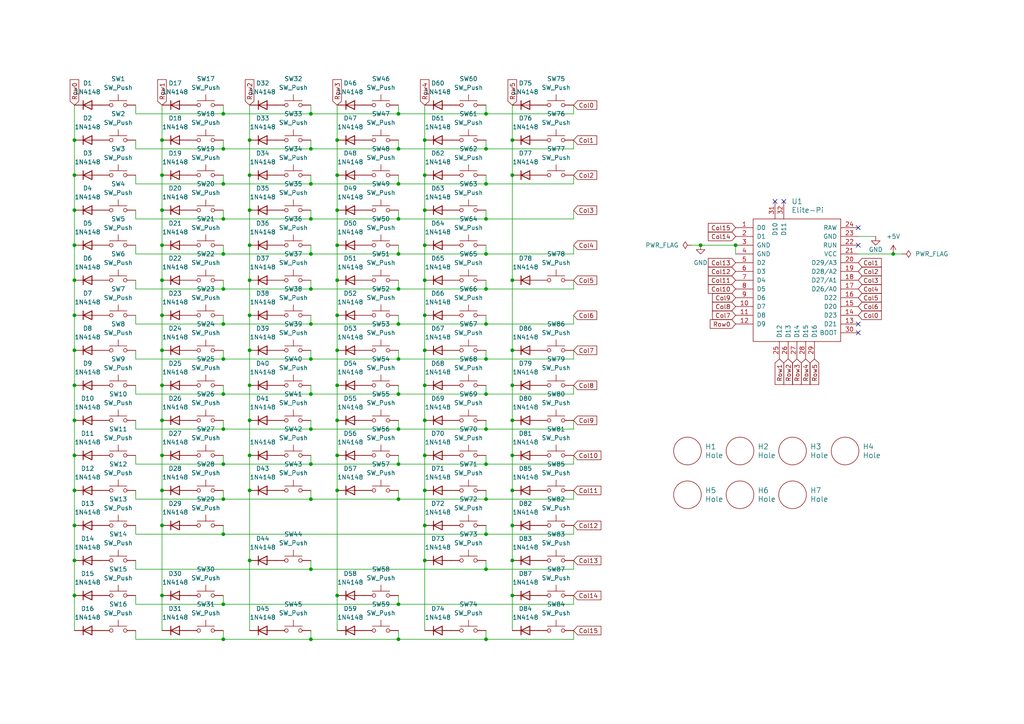
<source format=kicad_sch>
(kicad_sch (version 20250114) (generator "eeschema") (generator_version "9.0")
  (paper "A4")
  (title_block (title "Post-Mechanical Left Compact Py") (date "2025-04-19") (rev "1.1") (company "Quixotic Keyboards, LLC") (comment 2 "Final for the new tight case and future minimalist case") (comment 3 "Redux for Maple Elite-Pi") (comment 4 "Move U1 inboard for case clearance"))
  (lib_symbols
    (symbol "Dholydai:Elite-Pi" (pin_names (offset 1.016))
      (property "Reference" "U" (at 0 0 0))
      (property "Value" "Elite-Pi" (at -0.254 3.048 0))
      (symbol "Elite-Pi_1_1"
        (pin input line (at -17.78 13.97 0) (length 5.08) (name "D0") (number "1"))
        (pin input line (at -17.78 11.43 0) (length 5.08) (name "D1") (number "2"))
        (pin input line (at -17.78 8.89 0) (length 5.08) (name "GND") (number "3"))
        (pin input line (at -17.78 6.35 0) (length 5.08) (name "GND") (number "4"))
        (pin input line (at -17.78 3.81 0) (length 5.08) (name "D2") (number "5"))
        (pin input line (at -17.78 1.27 0) (length 5.08) (name "D3") (number "6"))
        (pin input line (at -17.78 -1.27 0) (length 5.08) (name "D4") (number "7"))
        (pin input line (at -17.78 -3.81 0) (length 5.08) (name "D5") (number "8"))
        (pin input line (at -17.78 -6.35 0) (length 5.08) (name "D6") (number "9"))
        (pin input line (at -17.78 -8.89 0) (length 5.08) (name "D7") (number "10"))
        (pin input line (at -17.78 -11.43 0) (length 5.08) (name "D8") (number "11"))
        (pin input line (at -17.78 -13.97 0) (length 5.08) (name "D9") (number "12"))
        (pin input line (at -6.35 21.59 270) (length 5.08) (name "D10") (number "31"))
        (pin input line (at -5.08 -24.13 90) (length 5.08) (name "D12") (number "25"))
        (pin input line (at -3.81 21.59 270) (length 5.08) (name "D11") (number "32"))
        (pin input line (at -2.54 -24.13 90) (length 5.08) (name "D13") (number "26"))
        (pin input line (at 0 -24.13 90) (length 5.08) (name "D14") (number "27"))
        (pin input line (at 2.54 -24.13 90) (length 5.08) (name "D15") (number "28"))
        (pin input line (at 5.08 -24.13 90) (length 5.08) (name "D16") (number "29"))
        (pin input line (at 17.78 13.97 180) (length 5.08) (name "RAW") (number "24"))
        (pin input line (at 17.78 11.43 180) (length 5.08) (name "GND") (number "23"))
        (pin input line (at 17.78 8.89 180) (length 5.08) (name "RUN") (number "22"))
        (pin input line (at 17.78 6.35 180) (length 5.08) (name "VCC") (number "21"))
        (pin input line (at 17.78 3.81 180) (length 5.08) (name "D29/A3") (number "20"))
        (pin input line (at 17.78 1.27 180) (length 5.08) (name "D28/A2") (number "19"))
        (pin input line (at 17.78 -1.27 180) (length 5.08) (name "D27/A1") (number "18"))
        (pin input line (at 17.78 -3.81 180) (length 5.08) (name "D26/A0") (number "17"))
        (pin input line (at 17.78 -6.35 180) (length 5.08) (name "D22") (number "16"))
        (pin input line (at 17.78 -8.89 180) (length 5.08) (name "D20") (number "15"))
        (pin input line (at 17.78 -11.43 180) (length 5.08) (name "D23") (number "14"))
        (pin input line (at 17.78 -13.97 180) (length 5.08) (name "D21") (number "13"))
        (pin input line (at 17.78 -16.51 180) (length 5.08) (name "BOOT") (number "30"))
      )
    )
    (symbol "Diode:1N4148" (pin_numbers (hide yes)) (pin_names (hide yes))
      (property "Reference" "D" (at 0 2.54 0))
      (property "Value" "1N4148" (at 0 -2.54 0))
      (symbol "1N4148_1_1"
        (pin passive line (at -3.81 0 0) (length 2.54) (name "K") (number "1"))
        (pin passive line (at 3.81 0 180) (length 2.54) (name "A") (number "2"))
      )
    )
    (symbol "Keebio:Hole" (pin_names (offset 1.016))
      (property "Reference" "H" (at 0 -1.27 0))
      (property "Value" "Hole" (at 0 1.27 0))
    )
    (symbol "Switch:SW_Push" (pin_numbers (hide yes)) (pin_names (offset 1.016) (hide yes))
      (property "Reference" "SW" (at 1.27 2.54 0))
      (property "Value" "SW_Push" (at 0 -1.524 0))
      (symbol "SW_Push_0_1"
        (pin passive line (at -5.08 0 0) (length 2.54) (name "1") (number "1"))
        (pin passive line (at 5.08 0 180) (length 2.54) (name "2") (number "2"))
      )
    )
    (symbol "power:+5V" (power) (pin_numbers (hide yes)) (pin_names (offset 0) (hide yes))
      (property "Value" "+5V" (at 0 3.556 0))
      (symbol "+5V_1_1"
        (pin power_in line (at 0 0 90) (length 0) (name "~") (number "1"))
      )
    )
    (symbol "power:GND" (power) (pin_numbers (hide yes)) (pin_names (offset 0) (hide yes))
      (property "Value" "GND" (at 0 -3.81 0))
      (symbol "GND_1_1"
        (pin power_in line (at 0 0 270) (length 0) (name "~") (number "1"))
      )
    )
    (symbol "power:PWR_FLAG" (power) (pin_numbers (hide yes)) (pin_names (offset 0) (hide yes))
      (property "Value" "PWR_FLAG" (at 0 3.81 0))
      (symbol "PWR_FLAG_0_0"
        (pin power_out line (at 0 0 90) (length 0) (name "~") (number "1"))
      )
    )
  )
  (junction (at 64.77 114.3))
  (junction (at 97.79 132.08))
  (junction (at 72.39 132.08))
  (junction (at 64.77 63.5))
  (junction (at 259.08 73.66))
  (junction (at 21.59 142.24))
  (junction (at 115.57 43.18))
  (junction (at 46.99 121.92))
  (junction (at 21.59 50.8))
  (junction (at 46.99 111.76))
  (junction (at 140.97 185.42))
  (junction (at 213.36 71.12))
  (junction (at 140.97 83.82))
  (junction (at 90.17 104.14))
  (junction (at 97.79 50.8))
  (junction (at 90.17 93.98))
  (junction (at 115.57 53.34))
  (junction (at 123.19 132.08))
  (junction (at 46.99 50.8))
  (junction (at 21.59 81.28))
  (junction (at 21.59 172.72))
  (junction (at 140.97 63.5))
  (junction (at 115.57 63.5))
  (junction (at 148.59 81.28))
  (junction (at 90.17 124.46))
  (junction (at 90.17 185.42))
  (junction (at 64.77 83.82))
  (junction (at 123.19 101.6))
  (junction (at 46.99 71.12))
  (junction (at 115.57 144.78))
  (junction (at 203.2 71.12))
  (junction (at 90.17 53.34))
  (junction (at 90.17 73.66))
  (junction (at 148.59 121.92))
  (junction (at 97.79 101.6))
  (junction (at 64.77 185.42))
  (junction (at 115.57 83.82))
  (junction (at 64.77 144.78))
  (junction (at 46.99 40.64))
  (junction (at 115.57 33.02))
  (junction (at 64.77 73.66))
  (junction (at 97.79 60.96))
  (junction (at 64.77 43.18))
  (junction (at 72.39 91.44))
  (junction (at 115.57 114.3))
  (junction (at 21.59 60.96))
  (junction (at 123.19 91.44))
  (junction (at 148.59 142.24))
  (junction (at 115.57 185.42))
  (junction (at 90.17 114.3))
  (junction (at 90.17 63.5))
  (junction (at 140.97 154.94))
  (junction (at 115.57 175.26))
  (junction (at 97.79 121.92))
  (junction (at 97.79 91.44))
  (junction (at 46.99 60.96))
  (junction (at 123.19 121.92))
  (junction (at 90.17 33.02))
  (junction (at 115.57 124.46))
  (junction (at 97.79 172.72))
  (junction (at 72.39 111.76))
  (junction (at 72.39 142.24))
  (junction (at 21.59 71.12))
  (junction (at 140.97 114.3))
  (junction (at 90.17 134.62))
  (junction (at 148.59 152.4))
  (junction (at 21.59 121.92))
  (junction (at 148.59 132.08))
  (junction (at 72.39 50.8))
  (junction (at 140.97 73.66))
  (junction (at 123.19 81.28))
  (junction (at 97.79 71.12))
  (junction (at 46.99 91.44))
  (junction (at 148.59 101.6))
  (junction (at 64.77 53.34))
  (junction (at 64.77 154.94))
  (junction (at 72.39 71.12))
  (junction (at 123.19 60.96))
  (junction (at 72.39 101.6))
  (junction (at 97.79 111.76))
  (junction (at 46.99 101.6))
  (junction (at 97.79 142.24))
  (junction (at 21.59 152.4))
  (junction (at 123.19 111.76))
  (junction (at 21.59 132.08))
  (junction (at 46.99 152.4))
  (junction (at 97.79 40.64))
  (junction (at 97.79 81.28))
  (junction (at 64.77 93.98))
  (junction (at 21.59 91.44))
  (junction (at 90.17 165.1))
  (junction (at 140.97 144.78))
  (junction (at 115.57 93.98))
  (junction (at 46.99 81.28))
  (junction (at 148.59 50.8))
  (junction (at 148.59 40.64))
  (junction (at 140.97 93.98))
  (junction (at 64.77 134.62))
  (junction (at 148.59 162.56))
  (junction (at 72.39 60.96))
  (junction (at 115.57 134.62))
  (junction (at 64.77 124.46))
  (junction (at 90.17 83.82))
  (junction (at 115.57 104.14))
  (junction (at 140.97 134.62))
  (junction (at 72.39 81.28))
  (junction (at 21.59 40.64))
  (junction (at 90.17 43.18))
  (junction (at 140.97 165.1))
  (junction (at 148.59 111.76))
  (junction (at 140.97 33.02))
  (junction (at 46.99 172.72))
  (junction (at 46.99 142.24))
  (junction (at 140.97 53.34))
  (junction (at 64.77 104.14))
  (junction (at 148.59 172.72))
  (junction (at 123.19 142.24))
  (junction (at 21.59 101.6))
  (junction (at 46.99 132.08))
  (junction (at 64.77 33.02))
  (junction (at 123.19 71.12))
  (junction (at 72.39 162.56))
  (junction (at 140.97 43.18))
  (junction (at 64.77 175.26))
  (junction (at 72.39 121.92))
  (junction (at 115.57 73.66))
  (junction (at 123.19 50.8))
  (junction (at 123.19 152.4))
  (junction (at 21.59 162.56))
  (junction (at 123.19 40.64))
  (junction (at 140.97 104.14))
  (junction (at 90.17 144.78))
  (junction (at 123.19 162.56))
  (junction (at 21.59 111.76))
  (junction (at 72.39 40.64))
  (junction (at 140.97 124.46))
  (no_connect (at 227.33 58.42))
  (no_connect (at 248.92 66.04))
  (no_connect (at 248.92 71.12))
  (no_connect (at 248.92 93.98))
  (no_connect (at 248.92 96.52))
  (no_connect (at 224.79 58.42))
  (wire (pts (xy 90.17 43.18) (xy 115.57 43.18)))
  (wire (pts (xy 90.17 81.28) (xy 90.17 83.82)))
  (wire (pts (xy 90.17 83.82) (xy 115.57 83.82)))
  (wire (pts (xy 140.97 104.14) (xy 166.37 104.14)))
  (wire (pts (xy 90.17 91.44) (xy 90.17 93.98)))
  (wire (pts (xy 90.17 71.12) (xy 90.17 73.66)))
  (wire (pts (xy 115.57 142.24) (xy 115.57 144.78)))
  (wire (pts (xy 21.59 142.24) (xy 21.59 152.4)))
  (wire (pts (xy 64.77 63.5) (xy 90.17 63.5)))
  (wire (pts (xy 46.99 152.4) (xy 46.99 172.72)))
  (wire (pts (xy 97.79 81.28) (xy 97.79 91.44)))
  (wire (pts (xy 21.59 71.12) (xy 21.59 81.28)))
  (wire (pts (xy 64.77 73.66) (xy 90.17 73.66)))
  (wire (pts (xy 72.39 132.08) (xy 72.39 142.24)))
  (wire (pts (xy 140.97 165.1) (xy 166.37 165.1)))
  (wire (pts (xy 46.99 50.8) (xy 46.99 60.96)))
  (wire (pts (xy 166.37 111.76) (xy 166.37 114.3)))
  (wire (pts (xy 39.37 172.72) (xy 39.37 175.26)))
  (wire (pts (xy 140.97 71.12) (xy 140.97 73.66)))
  (wire (pts (xy 39.37 144.78) (xy 64.77 144.78)))
  (wire (pts (xy 140.97 81.28) (xy 140.97 83.82)))
  (wire (pts (xy 97.79 142.24) (xy 97.79 172.72)))
  (wire (pts (xy 64.77 152.4) (xy 64.77 154.94)))
  (wire (pts (xy 39.37 81.28) (xy 39.37 83.82)))
  (wire (pts (xy 64.77 81.28) (xy 64.77 83.82)))
  (wire (pts (xy 140.97 60.96) (xy 140.97 63.5)))
  (wire (pts (xy 115.57 132.08) (xy 115.57 134.62)))
  (wire (pts (xy 21.59 152.4) (xy 21.59 162.56)))
  (wire (pts (xy 39.37 182.88) (xy 39.37 185.42)))
  (wire (pts (xy 213.36 71.12) (xy 213.36 73.66)))
  (wire (pts (xy 115.57 134.62) (xy 140.97 134.62)))
  (wire (pts (xy 90.17 124.46) (xy 115.57 124.46)))
  (wire (pts (xy 166.37 162.56) (xy 166.37 165.1)))
  (wire (pts (xy 140.97 43.18) (xy 166.37 43.18)))
  (wire (pts (xy 21.59 121.92) (xy 21.59 132.08)))
  (wire (pts (xy 39.37 152.4) (xy 39.37 154.94)))
  (wire (pts (xy 115.57 63.5) (xy 140.97 63.5)))
  (wire (pts (xy 72.39 101.6) (xy 72.39 111.76)))
  (wire (pts (xy 97.79 30.48) (xy 97.79 40.64)))
  (wire (pts (xy 166.37 142.24) (xy 166.37 144.78)))
  (wire (pts (xy 140.97 93.98) (xy 166.37 93.98)))
  (wire (pts (xy 90.17 185.42) (xy 115.57 185.42)))
  (wire (pts (xy 123.19 111.76) (xy 123.19 121.92)))
  (wire (pts (xy 115.57 111.76) (xy 115.57 114.3)))
  (wire (pts (xy 21.59 30.48) (xy 21.59 40.64)))
  (wire (pts (xy 97.79 111.76) (xy 97.79 121.92)))
  (wire (pts (xy 90.17 165.1) (xy 140.97 165.1)))
  (wire (pts (xy 90.17 50.8) (xy 90.17 53.34)))
  (wire (pts (xy 39.37 40.64) (xy 39.37 43.18)))
  (wire (pts (xy 90.17 53.34) (xy 115.57 53.34)))
  (wire (pts (xy 90.17 101.6) (xy 90.17 104.14)))
  (wire (pts (xy 46.99 101.6) (xy 46.99 111.76)))
  (wire (pts (xy 64.77 40.64) (xy 64.77 43.18)))
  (wire (pts (xy 148.59 50.8) (xy 148.59 81.28)))
  (wire (pts (xy 166.37 101.6) (xy 166.37 104.14)))
  (wire (pts (xy 39.37 185.42) (xy 64.77 185.42)))
  (wire (pts (xy 64.77 93.98) (xy 90.17 93.98)))
  (wire (pts (xy 90.17 104.14) (xy 115.57 104.14)))
  (wire (pts (xy 115.57 43.18) (xy 140.97 43.18)))
  (wire (pts (xy 115.57 175.26) (xy 166.37 175.26)))
  (wire (pts (xy 39.37 175.26) (xy 64.77 175.26)))
  (wire (pts (xy 140.97 40.64) (xy 140.97 43.18)))
  (wire (pts (xy 166.37 30.48) (xy 166.37 33.02)))
  (wire (pts (xy 21.59 40.64) (xy 21.59 50.8)))
  (wire (pts (xy 90.17 121.92) (xy 90.17 124.46)))
  (wire (pts (xy 72.39 162.56) (xy 72.39 182.88)))
  (wire (pts (xy 46.99 81.28) (xy 46.99 91.44)))
  (wire (pts (xy 115.57 33.02) (xy 140.97 33.02)))
  (wire (pts (xy 64.77 104.14) (xy 90.17 104.14)))
  (wire (pts (xy 21.59 162.56) (xy 21.59 172.72)))
  (wire (pts (xy 72.39 142.24) (xy 72.39 162.56)))
  (wire (pts (xy 72.39 111.76) (xy 72.39 121.92)))
  (wire (pts (xy 115.57 53.34) (xy 140.97 53.34)))
  (wire (pts (xy 115.57 172.72) (xy 115.57 175.26)))
  (wire (pts (xy 148.59 111.76) (xy 148.59 121.92)))
  (wire (pts (xy 72.39 121.92) (xy 72.39 132.08)))
  (wire (pts (xy 21.59 60.96) (xy 21.59 71.12)))
  (wire (pts (xy 123.19 40.64) (xy 123.19 50.8)))
  (wire (pts (xy 39.37 33.02) (xy 64.77 33.02)))
  (wire (pts (xy 39.37 124.46) (xy 64.77 124.46)))
  (wire (pts (xy 39.37 111.76) (xy 39.37 114.3)))
  (wire (pts (xy 46.99 132.08) (xy 46.99 142.24)))
  (wire (pts (xy 140.97 121.92) (xy 140.97 124.46)))
  (wire (pts (xy 115.57 91.44) (xy 115.57 93.98)))
  (wire (pts (xy 140.97 152.4) (xy 140.97 154.94)))
  (wire (pts (xy 140.97 63.5) (xy 166.37 63.5)))
  (wire (pts (xy 248.92 73.66) (xy 259.08 73.66)))
  (wire (pts (xy 39.37 104.14) (xy 64.77 104.14)))
  (wire (pts (xy 140.97 91.44) (xy 140.97 93.98)))
  (wire (pts (xy 21.59 172.72) (xy 21.59 182.88)))
  (wire (pts (xy 64.77 83.82) (xy 90.17 83.82)))
  (wire (pts (xy 123.19 121.92) (xy 123.19 132.08)))
  (wire (pts (xy 97.79 71.12) (xy 97.79 81.28)))
  (wire (pts (xy 72.39 30.48) (xy 72.39 40.64)))
  (wire (pts (xy 200.66 71.12) (xy 203.2 71.12)))
  (wire (pts (xy 148.59 30.48) (xy 148.59 40.64)))
  (wire (pts (xy 90.17 30.48) (xy 90.17 33.02)))
  (wire (pts (xy 115.57 71.12) (xy 115.57 73.66)))
  (wire (pts (xy 115.57 81.28) (xy 115.57 83.82)))
  (wire (pts (xy 148.59 101.6) (xy 148.59 111.76)))
  (wire (pts (xy 39.37 142.24) (xy 39.37 144.78)))
  (wire (pts (xy 64.77 132.08) (xy 64.77 134.62)))
  (wire (pts (xy 148.59 142.24) (xy 148.59 152.4)))
  (wire (pts (xy 166.37 71.12) (xy 166.37 73.66)))
  (wire (pts (xy 97.79 101.6) (xy 97.79 111.76)))
  (wire (pts (xy 72.39 71.12) (xy 72.39 81.28)))
  (wire (pts (xy 64.77 53.34) (xy 90.17 53.34)))
  (wire (pts (xy 115.57 124.46) (xy 140.97 124.46)))
  (wire (pts (xy 115.57 182.88) (xy 115.57 185.42)))
  (wire (pts (xy 21.59 132.08) (xy 21.59 142.24)))
  (wire (pts (xy 115.57 40.64) (xy 115.57 43.18)))
  (wire (pts (xy 140.97 33.02) (xy 166.37 33.02)))
  (wire (pts (xy 261.62 73.66) (xy 259.08 73.66)))
  (wire (pts (xy 46.99 142.24) (xy 46.99 152.4)))
  (wire (pts (xy 166.37 40.64) (xy 166.37 43.18)))
  (wire (pts (xy 64.77 43.18) (xy 90.17 43.18)))
  (wire (pts (xy 97.79 91.44) (xy 97.79 101.6)))
  (wire (pts (xy 39.37 93.98) (xy 64.77 93.98)))
  (wire (pts (xy 140.97 154.94) (xy 166.37 154.94)))
  (wire (pts (xy 72.39 81.28) (xy 72.39 91.44)))
  (wire (pts (xy 39.37 73.66) (xy 64.77 73.66)))
  (wire (pts (xy 140.97 134.62) (xy 166.37 134.62)))
  (wire (pts (xy 39.37 43.18) (xy 64.77 43.18)))
  (wire (pts (xy 148.59 172.72) (xy 148.59 182.88)))
  (wire (pts (xy 148.59 81.28) (xy 148.59 101.6)))
  (wire (pts (xy 140.97 182.88) (xy 140.97 185.42)))
  (wire (pts (xy 64.77 124.46) (xy 90.17 124.46)))
  (wire (pts (xy 64.77 144.78) (xy 90.17 144.78)))
  (wire (pts (xy 39.37 101.6) (xy 39.37 104.14)))
  (wire (pts (xy 90.17 63.5) (xy 115.57 63.5)))
  (wire (pts (xy 123.19 30.48) (xy 123.19 40.64)))
  (wire (pts (xy 64.77 71.12) (xy 64.77 73.66)))
  (wire (pts (xy 46.99 91.44) (xy 46.99 101.6)))
  (wire (pts (xy 64.77 91.44) (xy 64.77 93.98)))
  (wire (pts (xy 90.17 142.24) (xy 90.17 144.78)))
  (wire (pts (xy 115.57 60.96) (xy 115.57 63.5)))
  (wire (pts (xy 39.37 83.82) (xy 64.77 83.82)))
  (wire (pts (xy 166.37 50.8) (xy 166.37 53.34)))
  (wire (pts (xy 46.99 71.12) (xy 46.99 81.28)))
  (wire (pts (xy 140.97 53.34) (xy 166.37 53.34)))
  (wire (pts (xy 97.79 50.8) (xy 97.79 60.96)))
  (wire (pts (xy 64.77 60.96) (xy 64.77 63.5)))
  (wire (pts (xy 140.97 83.82) (xy 115.57 83.82)))
  (wire (pts (xy 97.79 121.92) (xy 97.79 132.08)))
  (wire (pts (xy 140.97 73.66) (xy 166.37 73.66)))
  (wire (pts (xy 90.17 73.66) (xy 115.57 73.66)))
  (wire (pts (xy 148.59 121.92) (xy 148.59 132.08)))
  (wire (pts (xy 123.19 132.08) (xy 123.19 142.24)))
  (wire (pts (xy 21.59 91.44) (xy 21.59 101.6)))
  (wire (pts (xy 39.37 30.48) (xy 39.37 33.02)))
  (wire (pts (xy 64.77 33.02) (xy 90.17 33.02)))
  (wire (pts (xy 90.17 40.64) (xy 90.17 43.18)))
  (wire (pts (xy 97.79 40.64) (xy 97.79 50.8)))
  (wire (pts (xy 140.97 30.48) (xy 140.97 33.02)))
  (wire (pts (xy 39.37 162.56) (xy 39.37 165.1)))
  (wire (pts (xy 39.37 114.3) (xy 64.77 114.3)))
  (wire (pts (xy 148.59 152.4) (xy 148.59 162.56)))
  (wire (pts (xy 90.17 144.78) (xy 115.57 144.78)))
  (wire (pts (xy 46.99 60.96) (xy 46.99 71.12)))
  (wire (pts (xy 148.59 162.56) (xy 148.59 172.72)))
  (wire (pts (xy 115.57 50.8) (xy 115.57 53.34)))
  (wire (pts (xy 90.17 132.08) (xy 90.17 134.62)))
  (wire (pts (xy 64.77 175.26) (xy 115.57 175.26)))
  (wire (pts (xy 140.97 142.24) (xy 140.97 144.78)))
  (wire (pts (xy 166.37 81.28) (xy 166.37 83.82)))
  (wire (pts (xy 21.59 101.6) (xy 21.59 111.76)))
  (wire (pts (xy 115.57 185.42) (xy 140.97 185.42)))
  (wire (pts (xy 97.79 132.08) (xy 97.79 142.24)))
  (wire (pts (xy 90.17 60.96) (xy 90.17 63.5)))
  (wire (pts (xy 64.77 114.3) (xy 90.17 114.3)))
  (wire (pts (xy 64.77 50.8) (xy 64.77 53.34)))
  (wire (pts (xy 64.77 142.24) (xy 64.77 144.78)))
  (wire (pts (xy 90.17 182.88) (xy 90.17 185.42)))
  (wire (pts (xy 46.99 121.92) (xy 46.99 132.08)))
  (wire (pts (xy 166.37 91.44) (xy 166.37 93.98)))
  (wire (pts (xy 115.57 73.66) (xy 140.97 73.66)))
  (wire (pts (xy 140.97 132.08) (xy 140.97 134.62)))
  (wire (pts (xy 123.19 162.56) (xy 123.19 182.88)))
  (wire (pts (xy 90.17 33.02) (xy 115.57 33.02)))
  (wire (pts (xy 46.99 30.48) (xy 46.99 40.64)))
  (wire (pts (xy 97.79 60.96) (xy 97.79 71.12)))
  (wire (pts (xy 123.19 152.4) (xy 123.19 162.56)))
  (wire (pts (xy 39.37 53.34) (xy 64.77 53.34)))
  (wire (pts (xy 64.77 30.48) (xy 64.77 33.02)))
  (wire (pts (xy 39.37 63.5) (xy 64.77 63.5)))
  (wire (pts (xy 21.59 81.28) (xy 21.59 91.44)))
  (wire (pts (xy 140.97 185.42) (xy 166.37 185.42)))
  (wire (pts (xy 64.77 172.72) (xy 64.77 175.26)))
  (wire (pts (xy 123.19 60.96) (xy 123.19 71.12)))
  (wire (pts (xy 115.57 101.6) (xy 115.57 104.14)))
  (wire (pts (xy 39.37 154.94) (xy 64.77 154.94)))
  (wire (pts (xy 39.37 71.12) (xy 39.37 73.66)))
  (wire (pts (xy 46.99 111.76) (xy 46.99 121.92)))
  (wire (pts (xy 64.77 154.94) (xy 140.97 154.94)))
  (wire (pts (xy 72.39 60.96) (xy 72.39 71.12)))
  (wire (pts (xy 64.77 134.62) (xy 90.17 134.62)))
  (wire (pts (xy 90.17 111.76) (xy 90.17 114.3)))
  (wire (pts (xy 39.37 91.44) (xy 39.37 93.98)))
  (wire (pts (xy 46.99 172.72) (xy 46.99 182.88)))
  (wire (pts (xy 72.39 50.8) (xy 72.39 60.96)))
  (wire (pts (xy 39.37 121.92) (xy 39.37 124.46)))
  (wire (pts (xy 115.57 30.48) (xy 115.57 33.02)))
  (wire (pts (xy 115.57 144.78) (xy 140.97 144.78)))
  (wire (pts (xy 140.97 111.76) (xy 140.97 114.3)))
  (wire (pts (xy 248.92 68.58) (xy 254 68.58)))
  (wire (pts (xy 166.37 121.92) (xy 166.37 124.46)))
  (wire (pts (xy 64.77 111.76) (xy 64.77 114.3)))
  (wire (pts (xy 148.59 132.08) (xy 148.59 142.24)))
  (wire (pts (xy 148.59 40.64) (xy 148.59 50.8)))
  (wire (pts (xy 115.57 104.14) (xy 140.97 104.14)))
  (wire (pts (xy 140.97 83.82) (xy 166.37 83.82)))
  (wire (pts (xy 140.97 114.3) (xy 166.37 114.3)))
  (wire (pts (xy 140.97 124.46) (xy 166.37 124.46)))
  (wire (pts (xy 140.97 50.8) (xy 140.97 53.34)))
  (wire (pts (xy 166.37 132.08) (xy 166.37 134.62)))
  (wire (pts (xy 90.17 134.62) (xy 115.57 134.62)))
  (wire (pts (xy 46.99 40.64) (xy 46.99 50.8)))
  (wire (pts (xy 123.19 50.8) (xy 123.19 60.96)))
  (wire (pts (xy 39.37 134.62) (xy 64.77 134.62)))
  (wire (pts (xy 21.59 111.76) (xy 21.59 121.92)))
  (wire (pts (xy 64.77 182.88) (xy 64.77 185.42)))
  (wire (pts (xy 115.57 93.98) (xy 140.97 93.98)))
  (wire (pts (xy 72.39 40.64) (xy 72.39 50.8)))
  (wire (pts (xy 166.37 60.96) (xy 166.37 63.5)))
  (wire (pts (xy 123.19 101.6) (xy 123.19 111.76)))
  (wire (pts (xy 123.19 142.24) (xy 123.19 152.4)))
  (wire (pts (xy 166.37 152.4) (xy 166.37 154.94)))
  (wire (pts (xy 123.19 71.12) (xy 123.19 81.28)))
  (wire (pts (xy 90.17 114.3) (xy 115.57 114.3)))
  (wire (pts (xy 39.37 165.1) (xy 90.17 165.1)))
  (wire (pts (xy 39.37 132.08) (xy 39.37 134.62)))
  (wire (pts (xy 64.77 185.42) (xy 90.17 185.42)))
  (wire (pts (xy 90.17 93.98) (xy 115.57 93.98)))
  (wire (pts (xy 97.79 172.72) (xy 97.79 182.88)))
  (wire (pts (xy 115.57 121.92) (xy 115.57 124.46)))
  (wire (pts (xy 64.77 101.6) (xy 64.77 104.14)))
  (wire (pts (xy 123.19 91.44) (xy 123.19 101.6)))
  (wire (pts (xy 140.97 101.6) (xy 140.97 104.14)))
  (wire (pts (xy 166.37 172.72) (xy 166.37 175.26)))
  (wire (pts (xy 39.37 50.8) (xy 39.37 53.34)))
  (wire (pts (xy 140.97 162.56) (xy 140.97 165.1)))
  (wire (pts (xy 72.39 91.44) (xy 72.39 101.6)))
  (wire (pts (xy 39.37 60.96) (xy 39.37 63.5)))
  (wire (pts (xy 140.97 144.78) (xy 166.37 144.78)))
  (wire (pts (xy 115.57 114.3) (xy 140.97 114.3)))
  (wire (pts (xy 21.59 50.8) (xy 21.59 60.96)))
  (wire (pts (xy 64.77 121.92) (xy 64.77 124.46)))
  (wire (pts (xy 90.17 162.56) (xy 90.17 165.1)))
  (wire (pts (xy 166.37 182.88) (xy 166.37 185.42)))
  (wire (pts (xy 123.19 81.28) (xy 123.19 91.44)))
  (wire (pts (xy 203.2 71.12) (xy 213.36 71.12)))
  (global_label "Col3" (shape input) (at 248.92 81.28 0) (property "Intersheetrefs" "${INTERSHEET_REFS}" (effects (hide yes))))
  (global_label "Col7" (shape input) (at 166.37 101.6 0) (property "Intersheetrefs" "${INTERSHEET_REFS}" (effects (hide yes))))
  (global_label "Col15" (shape input) (at 213.36 66.04 180) (property "Intersheetrefs" "${INTERSHEET_REFS}" (effects (hide yes))))
  (global_label "Col14" (shape input) (at 213.36 68.58 180) (property "Intersheetrefs" "${INTERSHEET_REFS}" (effects (hide yes))))
  (global_label "Col12" (shape input) (at 166.37 152.4 0) (property "Intersheetrefs" "${INTERSHEET_REFS}" (effects (hide yes))))
  (global_label "Row5" (shape input) (at 148.59 30.48 90) (property "Intersheetrefs" "${INTERSHEET_REFS}" (effects (hide yes))))
  (global_label "Col4" (shape input) (at 166.37 71.12 0) (property "Intersheetrefs" "${INTERSHEET_REFS}" (effects (hide yes))))
  (global_label "Col9" (shape input) (at 166.37 121.92 0) (property "Intersheetrefs" "${INTERSHEET_REFS}" (effects (hide yes))))
  (global_label "Col13" (shape input) (at 213.36 76.2 180) (property "Intersheetrefs" "${INTERSHEET_REFS}" (effects (hide yes))))
  (global_label "Row5" (shape input) (at 236.22 104.14 270) (property "Intersheetrefs" "${INTERSHEET_REFS}" (effects (hide yes))))
  (global_label "Row1" (shape input) (at 46.99 30.48 90) (property "Intersheetrefs" "${INTERSHEET_REFS}" (effects (hide yes))))
  (global_label "Col3" (shape input) (at 166.37 60.96 0) (property "Intersheetrefs" "${INTERSHEET_REFS}" (effects (hide yes))))
  (global_label "Col12" (shape input) (at 213.36 78.74 180) (property "Intersheetrefs" "${INTERSHEET_REFS}" (effects (hide yes))))
  (global_label "Col1" (shape input) (at 166.37 40.64 0) (property "Intersheetrefs" "${INTERSHEET_REFS}" (effects (hide yes))))
  (global_label "Col2" (shape input) (at 248.92 78.74 0) (property "Intersheetrefs" "${INTERSHEET_REFS}" (effects (hide yes))))
  (global_label "Row4" (shape input) (at 233.68 104.14 270) (property "Intersheetrefs" "${INTERSHEET_REFS}" (effects (hide yes))))
  (global_label "Row1" (shape input) (at 226.06 104.14 270) (property "Intersheetrefs" "${INTERSHEET_REFS}" (effects (hide yes))))
  (global_label "Col9" (shape input) (at 213.36 86.36 180) (property "Intersheetrefs" "${INTERSHEET_REFS}" (effects (hide yes))))
  (global_label "Col14" (shape input) (at 166.37 172.72 0) (property "Intersheetrefs" "${INTERSHEET_REFS}" (effects (hide yes))))
  (global_label "Col10" (shape input) (at 166.37 132.08 0) (property "Intersheetrefs" "${INTERSHEET_REFS}" (effects (hide yes))))
  (global_label "Col7" (shape input) (at 213.36 91.44 180) (property "Intersheetrefs" "${INTERSHEET_REFS}" (effects (hide yes))))
  (global_label "Col4" (shape input) (at 248.92 83.82 0) (property "Intersheetrefs" "${INTERSHEET_REFS}" (effects (hide yes))))
  (global_label "Col0" (shape input) (at 166.37 30.48 0) (property "Intersheetrefs" "${INTERSHEET_REFS}" (effects (hide yes))))
  (global_label "Col1" (shape input) (at 248.92 76.2 0) (property "Intersheetrefs" "${INTERSHEET_REFS}" (effects (hide yes))))
  (global_label "Row3" (shape input) (at 97.79 30.48 90) (property "Intersheetrefs" "${INTERSHEET_REFS}" (effects (hide yes))))
  (global_label "Col8" (shape input) (at 213.36 88.9 180) (property "Intersheetrefs" "${INTERSHEET_REFS}" (effects (hide yes))))
  (global_label "Col10" (shape input) (at 213.36 83.82 180) (property "Intersheetrefs" "${INTERSHEET_REFS}" (effects (hide yes))))
  (global_label "Col6" (shape input) (at 248.92 88.9 0) (property "Intersheetrefs" "${INTERSHEET_REFS}" (effects (hide yes))))
  (global_label "Row0" (shape input) (at 21.59 30.48 90) (property "Intersheetrefs" "${INTERSHEET_REFS}" (effects (hide yes))))
  (global_label "Col5" (shape input) (at 166.37 81.28 0) (property "Intersheetrefs" "${INTERSHEET_REFS}" (effects (hide yes))))
  (global_label "Row4" (shape input) (at 123.19 30.48 90) (property "Intersheetrefs" "${INTERSHEET_REFS}" (effects (hide yes))))
  (global_label "Row2" (shape input) (at 72.39 30.48 90) (property "Intersheetrefs" "${INTERSHEET_REFS}" (effects (hide yes))))
  (global_label "Row0" (shape input) (at 213.36 93.98 180) (property "Intersheetrefs" "${INTERSHEET_REFS}" (effects (hide yes))))
  (global_label "Col11" (shape input) (at 166.37 142.24 0) (property "Intersheetrefs" "${INTERSHEET_REFS}" (effects (hide yes))))
  (global_label "Col5" (shape input) (at 248.92 86.36 0) (property "Intersheetrefs" "${INTERSHEET_REFS}" (effects (hide yes))))
  (global_label "Row2" (shape input) (at 228.6 104.14 270) (property "Intersheetrefs" "${INTERSHEET_REFS}" (effects (hide yes))))
  (global_label "Col8" (shape input) (at 166.37 111.76 0) (property "Intersheetrefs" "${INTERSHEET_REFS}" (effects (hide yes))))
  (global_label "Col15" (shape input) (at 166.37 182.88 0) (property "Intersheetrefs" "${INTERSHEET_REFS}" (effects (hide yes))))
  (global_label "Col0" (shape input) (at 248.92 91.44 0) (property "Intersheetrefs" "${INTERSHEET_REFS}" (effects (hide yes))))
  (global_label "Col6" (shape input) (at 166.37 91.44 0) (property "Intersheetrefs" "${INTERSHEET_REFS}" (effects (hide yes))))
  (global_label "Col11" (shape input) (at 213.36 81.28 180) (property "Intersheetrefs" "${INTERSHEET_REFS}" (effects (hide yes))))
  (global_label "Row3" (shape input) (at 231.14 104.14 270) (property "Intersheetrefs" "${INTERSHEET_REFS}" (effects (hide yes))))
  (global_label "Col13" (shape input) (at 166.37 162.56 0) (property "Intersheetrefs" "${INTERSHEET_REFS}" (effects (hide yes))))
  (global_label "Col2" (shape input) (at 166.37 50.8 0) (property "Intersheetrefs" "${INTERSHEET_REFS}" (effects (hide yes))))
  (symbol (lib_id "Switch:SW_Push") (at 161.29 142.24 0) (unit 1)
    (property "Reference" "SW85" (at 161.29 134.62 0))
    (property "Value" "SW_Push" (at 161.29 137.16 0))
    (property "Footprint" "Button_Switch_Keyboard:SW_Cherry_MX_1.00u_PCB" (effects (hide yes)))
    (property "Description" "Push button switch, generic, two pins" (effects (hide yes)))
  )
  (symbol (lib_id "Diode:1N4148") (at 25.4 172.72 0) (unit 1)
    (property "Reference" "D15" (at 25.4 166.37 0))
    (property "Value" "1N4148" (at 25.4 168.91 0))
    (property "Footprint" "Diode_THT:D_DO-35_SOD27_P7.62mm_Horizontal" (effects (hide yes)))
    (property "Datasheet" "https://assets.nexperia.com/documents/data-sheet/1N4148_1N4448.pdf" (effects (hide yes)))
    (property "Description" "100V 0.15A standard switching diode, DO-35" (effects (hide yes)))
    (property "Sim.Device" "D" (effects (hide yes)))
    (property "Sim.Pins" "1=K 2=A" (effects (hide yes)))
  )
  (symbol (lib_id "Switch:SW_Push") (at 161.29 81.28 0) (unit 1)
    (property "Reference" "SW78" (at 161.29 73.66 0))
    (property "Value" "SW_Push" (at 161.29 76.2 0))
    (property "Footprint" "Dholydai-Parts:SW_Ch_Inv_MX_6.00u_PCB_Stagger" (effects (hide yes)))
    (property "Description" "Push button switch, generic, two pins" (effects (hide yes)))
  )
  (symbol (lib_id "Switch:SW_Push") (at 34.29 91.44 0) (unit 1)
    (property "Reference" "SW7" (at 34.29 83.82 0))
    (property "Value" "SW_Push" (at 34.29 86.36 0))
    (property "Footprint" "Button_Switch_Keyboard:SW_Cherry_MX_1.00u_PCB" (effects (hide yes)))
    (property "Description" "Push button switch, generic, two pins" (effects (hide yes)))
  )
  (symbol (lib_id "Diode:1N4148") (at 76.2 30.48 0) (unit 1)
    (property "Reference" "D32" (at 76.2 24.13 0))
    (property "Value" "1N4148" (at 76.2 26.67 0))
    (property "Footprint" "Diode_THT:D_DO-35_SOD27_P7.62mm_Horizontal" (effects (hide yes)))
    (property "Datasheet" "https://assets.nexperia.com/documents/data-sheet/1N4148_1N4448.pdf" (effects (hide yes)))
    (property "Description" "100V 0.15A standard switching diode, DO-35" (effects (hide yes)))
    (property "Sim.Device" "D" (effects (hide yes)))
    (property "Sim.Pins" "1=K 2=A" (effects (hide yes)))
  )
  (symbol (lib_id "Switch:SW_Push") (at 161.29 40.64 0) (unit 1)
    (property "Reference" "SW76" (at 161.29 33.02 0))
    (property "Value" "SW_Push" (at 161.29 35.56 0))
    (property "Footprint" "Button_Switch_Keyboard:SW_Cherry_MX_1.00u_PCB" (effects (hide yes)))
    (property "Description" "Push button switch, generic, two pins" (effects (hide yes)))
  )
  (symbol (lib_id "Diode:1N4148") (at 25.4 40.64 0) (unit 1)
    (property "Reference" "D2" (at 25.4 34.29 0))
    (property "Value" "1N4148" (at 25.4 36.83 0))
    (property "Footprint" "Diode_THT:D_DO-35_SOD27_P7.62mm_Horizontal" (effects (hide yes)))
    (property "Datasheet" "https://assets.nexperia.com/documents/data-sheet/1N4148_1N4448.pdf" (effects (hide yes)))
    (property "Description" "100V 0.15A standard switching diode, DO-35" (effects (hide yes)))
    (property "Sim.Device" "D" (effects (hide yes)))
    (property "Sim.Pins" "1=K 2=A" (effects (hide yes)))
  )
  (symbol (lib_id "Switch:SW_Push") (at 85.09 182.88 0) (unit 1)
    (property "Reference" "SW45" (at 85.09 175.26 0))
    (property "Value" "SW_Push" (at 85.09 177.8 0))
    (property "Footprint" "Button_Switch_Keyboard:SW_Cherry_MX_1.00u_PCB" (effects (hide yes)))
    (property "Description" "Push button switch, generic, two pins" (effects (hide yes)))
  )
  (symbol (lib_id "Keebio:Hole") (at 199.39 130.81 0) (unit 1)
    (property "Reference" "H1" (at 204.47 129.5399 0) (effects (font (size 1.524 1.524)) (justify left)))
    (property "Value" "Hole" (at 204.47 132.0799 0) (effects (font (size 1.524 1.524)) (justify left)))
    (property "Footprint" "MountingHole:MountingHole_3.2mm_M3_Pad" (effects (hide yes)))
  )
  (symbol (lib_id "Diode:1N4148") (at 101.6 91.44 0) (unit 1)
    (property "Reference" "D52" (at 101.6 85.09 0))
    (property "Value" "1N4148" (at 101.6 87.63 0))
    (property "Footprint" "Diode_THT:D_DO-35_SOD27_P7.62mm_Horizontal" (effects (hide yes)))
    (property "Datasheet" "https://assets.nexperia.com/documents/data-sheet/1N4148_1N4448.pdf" (effects (hide yes)))
    (property "Description" "100V 0.15A standard switching diode, DO-35" (effects (hide yes)))
    (property "Sim.Device" "D" (effects (hide yes)))
    (property "Sim.Pins" "1=K 2=A" (effects (hide yes)))
  )
  (symbol (lib_id "Dholydai:Elite-Pi") (at 231.14 80.01 0) (unit 1)
    (property "Reference" "U1" (at 229.5241 58.42 0) (effects (font (size 1.524 1.524)) (justify left)))
    (property "Value" "Elite-Pi" (at 229.5241 60.96 0) (effects (font (size 1.524 1.524)) (justify left)))
    (property "Footprint" "Dholydai-Parts:Elite-Pi" (effects (hide yes)))
  )
  (symbol (lib_id "Switch:SW_Push") (at 135.89 71.12 0) (unit 1)
    (property "Reference" "SW64" (at 135.89 63.5 0))
    (property "Value" "SW_Push" (at 135.89 66.04 0))
    (property "Footprint" "Button_Switch_Keyboard:SW_Cherry_MX_1.00u_PCB" (effects (hide yes)))
    (property "Description" "Push button switch, generic, two pins" (effects (hide yes)))
  )
  (symbol (lib_id "power:GND") (at 203.2 71.12 0) (unit 1)
    (property "Reference" "#PWR01" (effects (hide yes)))
    (property "Value" "GND" (at 203.2 76.2 0))
    (property "Description" "Power symbol creates a global label with name \"GND\" , ground" (effects (hide yes)))
  )
  (symbol (lib_id "Switch:SW_Push") (at 110.49 182.88 0) (unit 1)
    (property "Reference" "SW59" (at 110.49 175.26 0))
    (property "Value" "SW_Push" (at 110.49 177.8 0))
    (property "Footprint" "Button_Switch_Keyboard:SW_Cherry_MX_1.00u_PCB" (effects (hide yes)))
    (property "Description" "Push button switch, generic, two pins" (effects (hide yes)))
  )
  (symbol (lib_id "Switch:SW_Push") (at 161.29 50.8 0) (unit 1)
    (property "Reference" "SW77" (at 161.29 43.18 0))
    (property "Value" "SW_Push" (at 161.29 45.72 0))
    (property "Footprint" "Button_Switch_Keyboard:SW_Cherry_MX_1.25u_PCB" (effects (hide yes)))
    (property "Description" "Push button switch, generic, two pins" (effects (hide yes)))
  )
  (symbol (lib_id "Switch:SW_Push") (at 85.09 40.64 0) (unit 1)
    (property "Reference" "SW33" (at 85.09 33.02 0))
    (property "Value" "SW_Push" (at 85.09 35.56 0))
    (property "Footprint" "Button_Switch_Keyboard:SW_Cherry_MX_1.00u_PCB" (effects (hide yes)))
    (property "Description" "Push button switch, generic, two pins" (effects (hide yes)))
  )
  (symbol (lib_id "Diode:1N4148") (at 25.4 142.24 0) (unit 1)
    (property "Reference" "D12" (at 25.4 135.89 0))
    (property "Value" "1N4148" (at 25.4 138.43 0))
    (property "Footprint" "Diode_THT:D_DO-35_SOD27_P7.62mm_Horizontal" (effects (hide yes)))
    (property "Datasheet" "https://assets.nexperia.com/documents/data-sheet/1N4148_1N4448.pdf" (effects (hide yes)))
    (property "Description" "100V 0.15A standard switching diode, DO-35" (effects (hide yes)))
    (property "Sim.Device" "D" (effects (hide yes)))
    (property "Sim.Pins" "1=K 2=A" (effects (hide yes)))
  )
  (symbol (lib_id "Switch:SW_Push") (at 34.29 172.72 0) (unit 1)
    (property "Reference" "SW15" (at 34.29 165.1 0))
    (property "Value" "SW_Push" (at 34.29 167.64 0))
    (property "Footprint" "Button_Switch_Keyboard:SW_Cherry_MX_1.00u_PCB" (effects (hide yes)))
    (property "Description" "Push button switch, generic, two pins" (effects (hide yes)))
  )
  (symbol (lib_id "Diode:1N4148") (at 25.4 91.44 0) (unit 1)
    (property "Reference" "D7" (at 25.4 85.09 0))
    (property "Value" "1N4148" (at 25.4 87.63 0))
    (property "Footprint" "Diode_THT:D_DO-35_SOD27_P7.62mm_Horizontal" (effects (hide yes)))
    (property "Datasheet" "https://assets.nexperia.com/documents/data-sheet/1N4148_1N4448.pdf" (effects (hide yes)))
    (property "Description" "100V 0.15A standard switching diode, DO-35" (effects (hide yes)))
    (property "Sim.Device" "D" (effects (hide yes)))
    (property "Sim.Pins" "1=K 2=A" (effects (hide yes)))
  )
  (symbol (lib_id "Diode:1N4148") (at 76.2 81.28 0) (unit 1)
    (property "Reference" "D37" (at 76.2 74.93 0))
    (property "Value" "1N4148" (at 76.2 77.47 0))
    (property "Footprint" "Diode_THT:D_DO-35_SOD27_P7.62mm_Horizontal" (effects (hide yes)))
    (property "Datasheet" "https://assets.nexperia.com/documents/data-sheet/1N4148_1N4448.pdf" (effects (hide yes)))
    (property "Description" "100V 0.15A standard switching diode, DO-35" (effects (hide yes)))
    (property "Sim.Device" "D" (effects (hide yes)))
    (property "Sim.Pins" "1=K 2=A" (effects (hide yes)))
  )
  (symbol (lib_id "Diode:1N4148") (at 101.6 132.08 0) (unit 1)
    (property "Reference" "D56" (at 101.6 125.73 0))
    (property "Value" "1N4148" (at 101.6 128.27 0))
    (property "Footprint" "Diode_THT:D_DO-35_SOD27_P7.62mm_Horizontal" (effects (hide yes)))
    (property "Datasheet" "https://assets.nexperia.com/documents/data-sheet/1N4148_1N4448.pdf" (effects (hide yes)))
    (property "Description" "100V 0.15A standard switching diode, DO-35" (effects (hide yes)))
    (property "Sim.Device" "D" (effects (hide yes)))
    (property "Sim.Pins" "1=K 2=A" (effects (hide yes)))
  )
  (symbol (lib_id "Diode:1N4148") (at 101.6 60.96 0) (unit 1)
    (property "Reference" "D49" (at 101.6 54.61 0))
    (property "Value" "1N4148" (at 101.6 57.15 0))
    (property "Footprint" "Diode_THT:D_DO-35_SOD27_P7.62mm_Horizontal" (effects (hide yes)))
    (property "Datasheet" "https://assets.nexperia.com/documents/data-sheet/1N4148_1N4448.pdf" (effects (hide yes)))
    (property "Description" "100V 0.15A standard switching diode, DO-35" (effects (hide yes)))
    (property "Sim.Device" "D" (effects (hide yes)))
    (property "Sim.Pins" "1=K 2=A" (effects (hide yes)))
  )
  (symbol (lib_id "Diode:1N4148") (at 101.6 50.8 0) (unit 1)
    (property "Reference" "D48" (at 101.6 44.45 0))
    (property "Value" "1N4148" (at 101.6 46.99 0))
    (property "Footprint" "Diode_THT:D_DO-35_SOD27_P7.62mm_Horizontal" (effects (hide yes)))
    (property "Datasheet" "https://assets.nexperia.com/documents/data-sheet/1N4148_1N4448.pdf" (effects (hide yes)))
    (property "Description" "100V 0.15A standard switching diode, DO-35" (effects (hide yes)))
    (property "Sim.Device" "D" (effects (hide yes)))
    (property "Sim.Pins" "1=K 2=A" (effects (hide yes)))
  )
  (symbol (lib_id "Switch:SW_Push") (at 59.69 132.08 0) (unit 1)
    (property "Reference" "SW27" (at 59.69 124.46 0))
    (property "Value" "SW_Push" (at 59.69 127 0))
    (property "Footprint" "Button_Switch_Keyboard:SW_Cherry_MX_1.00u_PCB" (effects (hide yes)))
    (property "Description" "Push button switch, generic, two pins" (effects (hide yes)))
  )
  (symbol (lib_id "Switch:SW_Push") (at 34.29 152.4 0) (unit 1)
    (property "Reference" "SW13" (at 34.29 144.78 0))
    (property "Value" "SW_Push" (at 34.29 147.32 0))
    (property "Footprint" "Button_Switch_Keyboard:SW_Cherry_MX_1.00u_PCB" (effects (hide yes)))
    (property "Description" "Push button switch, generic, two pins" (effects (hide yes)))
  )
  (symbol (lib_id "Switch:SW_Push") (at 110.49 132.08 0) (unit 1)
    (property "Reference" "SW56" (at 110.49 124.46 0))
    (property "Value" "SW_Push" (at 110.49 127 0))
    (property "Footprint" "Button_Switch_Keyboard:SW_Cherry_MX_1.00u_PCB" (effects (hide yes)))
    (property "Description" "Push button switch, generic, two pins" (effects (hide yes)))
  )
  (symbol (lib_id "Switch:SW_Push") (at 135.89 91.44 0) (unit 1)
    (property "Reference" "SW66" (at 135.89 83.82 0))
    (property "Value" "SW_Push" (at 135.89 86.36 0))
    (property "Footprint" "Button_Switch_Keyboard:SW_Cherry_MX_1.00u_PCB" (effects (hide yes)))
    (property "Description" "Push button switch, generic, two pins" (effects (hide yes)))
  )
  (symbol (lib_id "Switch:SW_Push") (at 34.29 111.76 0) (unit 1)
    (property "Reference" "SW9" (at 34.29 104.14 0))
    (property "Value" "SW_Push" (at 34.29 106.68 0))
    (property "Footprint" "Button_Switch_Keyboard:SW_Cherry_MX_1.00u_PCB" (effects (hide yes)))
    (property "Description" "Push button switch, generic, two pins" (effects (hide yes)))
  )
  (symbol (lib_id "Diode:1N4148") (at 50.8 30.48 0) (unit 1)
    (property "Reference" "D17" (at 50.8 24.13 0))
    (property "Value" "1N4148" (at 50.8 26.67 0))
    (property "Footprint" "Diode_THT:D_DO-35_SOD27_P7.62mm_Horizontal" (effects (hide yes)))
    (property "Datasheet" "https://assets.nexperia.com/documents/data-sheet/1N4148_1N4448.pdf" (effects (hide yes)))
    (property "Description" "100V 0.15A standard switching diode, DO-35" (effects (hide yes)))
    (property "Sim.Device" "D" (effects (hide yes)))
    (property "Sim.Pins" "1=K 2=A" (effects (hide yes)))
  )
  (symbol (lib_id "Diode:1N4148") (at 50.8 121.92 0) (unit 1)
    (property "Reference" "D26" (at 50.8 115.57 0))
    (property "Value" "1N4148" (at 50.8 118.11 0))
    (property "Footprint" "Diode_THT:D_DO-35_SOD27_P7.62mm_Horizontal" (effects (hide yes)))
    (property "Datasheet" "https://assets.nexperia.com/documents/data-sheet/1N4148_1N4448.pdf" (effects (hide yes)))
    (property "Description" "100V 0.15A standard switching diode, DO-35" (effects (hide yes)))
    (property "Sim.Device" "D" (effects (hide yes)))
    (property "Sim.Pins" "1=K 2=A" (effects (hide yes)))
  )
  (symbol (lib_id "Diode:1N4148") (at 127 152.4 0) (unit 1)
    (property "Reference" "D72" (at 127 146.05 0))
    (property "Value" "1N4148" (at 127 148.59 0))
    (property "Footprint" "Diode_THT:D_DO-35_SOD27_P7.62mm_Horizontal" (effects (hide yes)))
    (property "Datasheet" "https://assets.nexperia.com/documents/data-sheet/1N4148_1N4448.pdf" (effects (hide yes)))
    (property "Description" "100V 0.15A standard switching diode, DO-35" (effects (hide yes)))
    (property "Sim.Device" "D" (effects (hide yes)))
    (property "Sim.Pins" "1=K 2=A" (effects (hide yes)))
  )
  (symbol (lib_id "Diode:1N4148") (at 101.6 40.64 0) (unit 1)
    (property "Reference" "D47" (at 101.6 34.29 0))
    (property "Value" "1N4148" (at 101.6 36.83 0))
    (property "Footprint" "Diode_THT:D_DO-35_SOD27_P7.62mm_Horizontal" (effects (hide yes)))
    (property "Datasheet" "https://assets.nexperia.com/documents/data-sheet/1N4148_1N4448.pdf" (effects (hide yes)))
    (property "Description" "100V 0.15A standard switching diode, DO-35" (effects (hide yes)))
    (property "Sim.Device" "D" (effects (hide yes)))
    (property "Sim.Pins" "1=K 2=A" (effects (hide yes)))
  )
  (symbol (lib_id "Switch:SW_Push") (at 59.69 142.24 0) (unit 1)
    (property "Reference" "SW28" (at 59.69 134.62 0))
    (property "Value" "SW_Push" (at 59.69 137.16 0))
    (property "Footprint" "Button_Switch_Keyboard:SW_Cherry_MX_1.00u_PCB" (effects (hide yes)))
    (property "Description" "Push button switch, generic, two pins" (effects (hide yes)))
  )
  (symbol (lib_id "Switch:SW_Push") (at 135.89 121.92 0) (unit 1)
    (property "Reference" "SW69" (at 135.89 114.3 0))
    (property "Value" "SW_Push" (at 135.89 116.84 0))
    (property "Footprint" "Button_Switch_Keyboard:SW_Cherry_MX_1.00u_PCB" (effects (hide yes)))
    (property "Description" "Push button switch, generic, two pins" (effects (hide yes)))
  )
  (symbol (lib_id "Diode:1N4148") (at 152.4 30.48 0) (unit 1)
    (property "Reference" "D75" (at 152.4 24.13 0))
    (property "Value" "1N4148" (at 152.4 26.67 0))
    (property "Footprint" "Diode_THT:D_DO-35_SOD27_P7.62mm_Horizontal" (effects (hide yes)))
    (property "Datasheet" "https://assets.nexperia.com/documents/data-sheet/1N4148_1N4448.pdf" (effects (hide yes)))
    (property "Description" "100V 0.15A standard switching diode, DO-35" (effects (hide yes)))
    (property "Sim.Device" "D" (effects (hide yes)))
    (property "Sim.Pins" "1=K 2=A" (effects (hide yes)))
  )
  (symbol (lib_id "Diode:1N4148") (at 127 40.64 0) (unit 1)
    (property "Reference" "D61" (at 127 34.29 0))
    (property "Value" "1N4148" (at 127 36.83 0))
    (property "Footprint" "Diode_THT:D_DO-35_SOD27_P7.62mm_Horizontal" (effects (hide yes)))
    (property "Datasheet" "https://assets.nexperia.com/documents/data-sheet/1N4148_1N4448.pdf" (effects (hide yes)))
    (property "Description" "100V 0.15A standard switching diode, DO-35" (effects (hide yes)))
    (property "Sim.Device" "D" (effects (hide yes)))
    (property "Sim.Pins" "1=K 2=A" (effects (hide yes)))
  )
  (symbol (lib_id "Switch:SW_Push") (at 135.89 101.6 0) (unit 1)
    (property "Reference" "SW67" (at 135.89 93.98 0))
    (property "Value" "SW_Push" (at 135.89 96.52 0))
    (property "Footprint" "Button_Switch_Keyboard:SW_Cherry_MX_1.00u_PCB" (effects (hide yes)))
    (property "Description" "Push button switch, generic, two pins" (effects (hide yes)))
  )
  (symbol (lib_id "Diode:1N4148") (at 101.6 121.92 0) (unit 1)
    (property "Reference" "D55" (at 101.6 115.57 0))
    (property "Value" "1N4148" (at 101.6 118.11 0))
    (property "Footprint" "Diode_THT:D_DO-35_SOD27_P7.62mm_Horizontal" (effects (hide yes)))
    (property "Datasheet" "https://assets.nexperia.com/documents/data-sheet/1N4148_1N4448.pdf" (effects (hide yes)))
    (property "Description" "100V 0.15A standard switching diode, DO-35" (effects (hide yes)))
    (property "Sim.Device" "D" (effects (hide yes)))
    (property "Sim.Pins" "1=K 2=A" (effects (hide yes)))
  )
  (symbol (lib_id "Keebio:Hole") (at 229.87 143.51 0) (unit 1)
    (property "Reference" "H7" (at 234.95 142.2399 0) (effects (font (size 1.524 1.524)) (justify left)))
    (property "Value" "Hole" (at 234.95 144.7799 0) (effects (font (size 1.524 1.524)) (justify left)))
    (property "Footprint" "MountingHole:MountingHole_3.2mm_M3_Pad" (effects (hide yes)))
  )
  (symbol (lib_id "Diode:1N4148") (at 76.2 71.12 0) (unit 1)
    (property "Reference" "D36" (at 76.2 64.77 0))
    (property "Value" "1N4148" (at 76.2 67.31 0))
    (property "Footprint" "Diode_THT:D_DO-35_SOD27_P7.62mm_Horizontal" (effects (hide yes)))
    (property "Datasheet" "https://assets.nexperia.com/documents/data-sheet/1N4148_1N4448.pdf" (effects (hide yes)))
    (property "Description" "100V 0.15A standard switching diode, DO-35" (effects (hide yes)))
    (property "Sim.Device" "D" (effects (hide yes)))
    (property "Sim.Pins" "1=K 2=A" (effects (hide yes)))
  )
  (symbol (lib_id "Switch:SW_Push") (at 59.69 182.88 0) (unit 1)
    (property "Reference" "SW31" (at 59.69 175.26 0))
    (property "Value" "SW_Push" (at 59.69 177.8 0))
    (property "Footprint" "Button_Switch_Keyboard:SW_Cherry_MX_1.00u_PCB" (effects (hide yes)))
    (property "Description" "Push button switch, generic, two pins" (effects (hide yes)))
  )
  (symbol (lib_id "Diode:1N4148") (at 101.6 30.48 0) (unit 1)
    (property "Reference" "D46" (at 101.6 24.13 0))
    (property "Value" "1N4148" (at 101.6 26.67 0))
    (property "Footprint" "Diode_THT:D_DO-35_SOD27_P7.62mm_Horizontal" (effects (hide yes)))
    (property "Datasheet" "https://assets.nexperia.com/documents/data-sheet/1N4148_1N4448.pdf" (effects (hide yes)))
    (property "Description" "100V 0.15A standard switching diode, DO-35" (effects (hide yes)))
    (property "Sim.Device" "D" (effects (hide yes)))
    (property "Sim.Pins" "1=K 2=A" (effects (hide yes)))
  )
  (symbol (lib_id "Diode:1N4148") (at 152.4 111.76 0) (unit 1)
    (property "Reference" "D79" (at 152.4 105.41 0))
    (property "Value" "1N4148" (at 152.4 107.95 0))
    (property "Footprint" "Diode_THT:D_DO-35_SOD27_P7.62mm_Horizontal" (effects (hide yes)))
    (property "Datasheet" "https://assets.nexperia.com/documents/data-sheet/1N4148_1N4448.pdf" (effects (hide yes)))
    (property "Description" "100V 0.15A standard switching diode, DO-35" (effects (hide yes)))
    (property "Sim.Device" "D" (effects (hide yes)))
    (property "Sim.Pins" "1=K 2=A" (effects (hide yes)))
  )
  (symbol (lib_id "Diode:1N4148") (at 25.4 182.88 0) (unit 1)
    (property "Reference" "D16" (at 25.4 176.53 0))
    (property "Value" "1N4148" (at 25.4 179.07 0))
    (property "Footprint" "Diode_THT:D_DO-35_SOD27_P7.62mm_Horizontal" (effects (hide yes)))
    (property "Datasheet" "https://assets.nexperia.com/documents/data-sheet/1N4148_1N4448.pdf" (effects (hide yes)))
    (property "Description" "100V 0.15A standard switching diode, DO-35" (effects (hide yes)))
    (property "Sim.Device" "D" (effects (hide yes)))
    (property "Sim.Pins" "1=K 2=A" (effects (hide yes)))
  )
  (symbol (lib_id "Diode:1N4148") (at 25.4 81.28 0) (unit 1)
    (property "Reference" "D6" (at 25.4 74.93 0))
    (property "Value" "1N4148" (at 25.4 77.47 0))
    (property "Footprint" "Diode_THT:D_DO-35_SOD27_P7.62mm_Horizontal" (effects (hide yes)))
    (property "Datasheet" "https://assets.nexperia.com/documents/data-sheet/1N4148_1N4448.pdf" (effects (hide yes)))
    (property "Description" "100V 0.15A standard switching diode, DO-35" (effects (hide yes)))
    (property "Sim.Device" "D" (effects (hide yes)))
    (property "Sim.Pins" "1=K 2=A" (effects (hide yes)))
  )
  (symbol (lib_id "Diode:1N4148") (at 25.4 152.4 0) (unit 1)
    (property "Reference" "D13" (at 25.4 146.05 0))
    (property "Value" "1N4148" (at 25.4 148.59 0))
    (property "Footprint" "Diode_THT:D_DO-35_SOD27_P7.62mm_Horizontal" (effects (hide yes)))
    (property "Datasheet" "https://assets.nexperia.com/documents/data-sheet/1N4148_1N4448.pdf" (effects (hide yes)))
    (property "Description" "100V 0.15A standard switching diode, DO-35" (effects (hide yes)))
    (property "Sim.Device" "D" (effects (hide yes)))
    (property "Sim.Pins" "1=K 2=A" (effects (hide yes)))
  )
  (symbol (lib_id "Switch:SW_Push") (at 34.29 30.48 0) (unit 1)
    (property "Reference" "SW1" (at 34.29 22.86 0))
    (property "Value" "SW_Push" (at 34.29 25.4 0))
    (property "Footprint" "Button_Switch_Keyboard:SW_Cherry_MX_1.00u_PCB" (effects (hide yes)))
    (property "Description" "Push button switch, generic, two pins" (effects (hide yes)))
  )
  (symbol (lib_id "Switch:SW_Push") (at 59.69 101.6 0) (unit 1)
    (property "Reference" "SW24" (at 59.69 93.98 0))
    (property "Value" "SW_Push" (at 59.69 96.52 0))
    (property "Footprint" "Button_Switch_Keyboard:SW_Cherry_MX_1.00u_PCB" (effects (hide yes)))
    (property "Description" "Push button switch, generic, two pins" (effects (hide yes)))
  )
  (symbol (lib_id "Diode:1N4148") (at 50.8 91.44 0) (unit 1)
    (property "Reference" "D23" (at 50.8 85.09 0))
    (property "Value" "1N4148" (at 50.8 87.63 0))
    (property "Footprint" "Diode_THT:D_DO-35_SOD27_P7.62mm_Horizontal" (effects (hide yes)))
    (property "Datasheet" "https://assets.nexperia.com/documents/data-sheet/1N4148_1N4448.pdf" (effects (hide yes)))
    (property "Description" "100V 0.15A standard switching diode, DO-35" (effects (hide yes)))
    (property "Sim.Device" "D" (effects (hide yes)))
    (property "Sim.Pins" "1=K 2=A" (effects (hide yes)))
  )
  (symbol (lib_id "Keebio:Hole") (at 245.11 130.81 0) (unit 1)
    (property "Reference" "H4" (at 250.19 129.5399 0) (effects (font (size 1.524 1.524)) (justify left)))
    (property "Value" "Hole" (at 250.19 132.0799 0) (effects (font (size 1.524 1.524)) (justify left)))
    (property "Footprint" "MountingHole:MountingHole_3.2mm_M3_Pad" (effects (hide yes)))
  )
  (symbol (lib_id "Diode:1N4148") (at 127 81.28 0) (unit 1)
    (property "Reference" "D65" (at 127 74.93 0))
    (property "Value" "1N4148" (at 127 77.47 0))
    (property "Footprint" "Diode_THT:D_DO-35_SOD27_P7.62mm_Horizontal" (effects (hide yes)))
    (property "Datasheet" "https://assets.nexperia.com/documents/data-sheet/1N4148_1N4448.pdf" (effects (hide yes)))
    (property "Description" "100V 0.15A standard switching diode, DO-35" (effects (hide yes)))
    (property "Sim.Device" "D" (effects (hide yes)))
    (property "Sim.Pins" "1=K 2=A" (effects (hide yes)))
  )
  (symbol (lib_id "Switch:SW_Push") (at 34.29 101.6 0) (unit 1)
    (property "Reference" "SW8" (at 34.29 93.98 0))
    (property "Value" "SW_Push" (at 34.29 96.52 0))
    (property "Footprint" "Button_Switch_Keyboard:SW_Cherry_MX_1.00u_PCB" (effects (hide yes)))
    (property "Description" "Push button switch, generic, two pins" (effects (hide yes)))
  )
  (symbol (lib_id "power:PWR_FLAG") (at 261.62 73.66 270) (unit 1)
    (property "Reference" "#FLG02" (effects (hide yes)))
    (property "Value" "PWR_FLAG" (at 265.43 73.6599 90) (effects (justify left)))
    (property "Description" "Special symbol for telling ERC where power comes from" (effects (hide yes)))
  )
  (symbol (lib_id "Diode:1N4148") (at 152.4 101.6 0) (unit 1)
    (property "Reference" "D86" (at 152.4 95.25 0))
    (property "Value" "1N4148" (at 152.4 97.79 0))
    (property "Footprint" "Diode_THT:D_DO-35_SOD27_P7.62mm_Horizontal" (effects (hide yes)))
    (property "Datasheet" "https://assets.nexperia.com/documents/data-sheet/1N4148_1N4448.pdf" (effects (hide yes)))
    (property "Description" "100V 0.15A standard switching diode, DO-35" (effects (hide yes)))
    (property "Sim.Device" "D" (effects (hide yes)))
    (property "Sim.Pins" "1=K 2=A" (effects (hide yes)))
  )
  (symbol (lib_id "Diode:1N4148") (at 76.2 132.08 0) (unit 1)
    (property "Reference" "D42" (effects (hide yes)))
    (property "Value" "1N4148" (at 76.2 128.27 0))
    (property "Footprint" "Diode_THT:D_DO-35_SOD27_P7.62mm_Horizontal" (effects (hide yes)))
    (property "Datasheet" "https://assets.nexperia.com/documents/data-sheet/1N4148_1N4448.pdf" (effects (hide yes)))
    (property "Description" "100V 0.15A standard switching diode, DO-35" (effects (hide yes)))
    (property "Sim.Device" "D" (effects (hide yes)))
    (property "Sim.Pins" "1=K 2=A" (effects (hide yes)))
  )
  (symbol (lib_id "Diode:1N4148") (at 50.8 132.08 0) (unit 1)
    (property "Reference" "D27" (at 50.8 125.73 0))
    (property "Value" "1N4148" (at 50.8 128.27 0))
    (property "Footprint" "Diode_THT:D_DO-35_SOD27_P7.62mm_Horizontal" (effects (hide yes)))
    (property "Datasheet" "https://assets.nexperia.com/documents/data-sheet/1N4148_1N4448.pdf" (effects (hide yes)))
    (property "Description" "100V 0.15A standard switching diode, DO-35" (effects (hide yes)))
    (property "Sim.Device" "D" (effects (hide yes)))
    (property "Sim.Pins" "1=K 2=A" (effects (hide yes)))
  )
  (symbol (lib_id "Switch:SW_Push") (at 110.49 50.8 0) (unit 1)
    (property "Reference" "SW48" (at 110.49 43.18 0))
    (property "Value" "SW_Push" (at 110.49 45.72 0))
    (property "Footprint" "Button_Switch_Keyboard:SW_Cherry_MX_1.00u_PCB" (effects (hide yes)))
    (property "Description" "Push button switch, generic, two pins" (effects (hide yes)))
  )
  (symbol (lib_id "Switch:SW_Push") (at 34.29 40.64 0) (unit 1)
    (property "Reference" "SW2" (at 34.29 33.02 0))
    (property "Value" "SW_Push" (at 34.29 35.56 0))
    (property "Footprint" "Button_Switch_Keyboard:SW_Cherry_MX_1.00u_PCB" (effects (hide yes)))
    (property "Description" "Push button switch, generic, two pins" (effects (hide yes)))
  )
  (symbol (lib_id "Diode:1N4148") (at 127 111.76 0) (unit 1)
    (property "Reference" "D68" (at 127 105.41 0))
    (property "Value" "1N4148" (at 127 107.95 0))
    (property "Footprint" "Diode_THT:D_DO-35_SOD27_P7.62mm_Horizontal" (effects (hide yes)))
    (property "Datasheet" "https://assets.nexperia.com/documents/data-sheet/1N4148_1N4448.pdf" (effects (hide yes)))
    (property "Description" "100V 0.15A standard switching diode, DO-35" (effects (hide yes)))
    (property "Sim.Device" "D" (effects (hide yes)))
    (property "Sim.Pins" "1=K 2=A" (effects (hide yes)))
  )
  (symbol (lib_id "Switch:SW_Push") (at 110.49 40.64 0) (unit 1)
    (property "Reference" "SW47" (at 110.49 33.02 0))
    (property "Value" "SW_Push" (at 110.49 35.56 0))
    (property "Footprint" "Button_Switch_Keyboard:SW_Cherry_MX_1.00u_PCB" (effects (hide yes)))
    (property "Description" "Push button switch, generic, two pins" (effects (hide yes)))
  )
  (symbol (lib_id "Diode:1N4148") (at 50.8 182.88 0) (unit 1)
    (property "Reference" "D31" (at 50.8 176.53 0))
    (property "Value" "1N4148" (at 50.8 179.07 0))
    (property "Footprint" "Diode_THT:D_DO-35_SOD27_P7.62mm_Horizontal" (effects (hide yes)))
    (property "Datasheet" "https://assets.nexperia.com/documents/data-sheet/1N4148_1N4448.pdf" (effects (hide yes)))
    (property "Description" "100V 0.15A standard switching diode, DO-35" (effects (hide yes)))
    (property "Sim.Device" "D" (effects (hide yes)))
    (property "Sim.Pins" "1=K 2=A" (effects (hide yes)))
  )
  (symbol (lib_id "Diode:1N4148") (at 76.2 142.24 0) (unit 1)
    (property "Reference" "D43" (at 76.2 135.89 0))
    (property "Value" "1N4148" (at 76.2 138.43 0))
    (property "Footprint" "Diode_THT:D_DO-35_SOD27_P7.62mm_Horizontal" (effects (hide yes)))
    (property "Datasheet" "https://assets.nexperia.com/documents/data-sheet/1N4148_1N4448.pdf" (effects (hide yes)))
    (property "Description" "100V 0.15A standard switching diode, DO-35" (effects (hide yes)))
    (property "Sim.Device" "D" (effects (hide yes)))
    (property "Sim.Pins" "1=K 2=A" (effects (hide yes)))
  )
  (symbol (lib_id "Switch:SW_Push") (at 110.49 101.6 0) (unit 1)
    (property "Reference" "SW53" (at 110.49 93.98 0))
    (property "Value" "SW_Push" (at 110.49 96.52 0))
    (property "Footprint" "Button_Switch_Keyboard:SW_Cherry_MX_1.00u_PCB" (effects (hide yes)))
    (property "Description" "Push button switch, generic, two pins" (effects (hide yes)))
  )
  (symbol (lib_id "Switch:SW_Push") (at 59.69 40.64 0) (unit 1)
    (property "Reference" "SW18" (at 59.69 33.02 0))
    (property "Value" "SW_Push" (at 59.69 35.56 0))
    (property "Footprint" "Button_Switch_Keyboard:SW_Cherry_MX_1.00u_PCB" (effects (hide yes)))
    (property "Description" "Push button switch, generic, two pins" (effects (hide yes)))
  )
  (symbol (lib_id "Switch:SW_Push") (at 59.69 172.72 0) (unit 1)
    (property "Reference" "SW30" (at 59.69 165.1 0))
    (property "Value" "SW_Push" (at 59.69 167.64 0))
    (property "Footprint" "Button_Switch_Keyboard:SW_Cherry_MX_2.00u_PCB" (effects (hide yes)))
    (property "Description" "Push button switch, generic, two pins" (effects (hide yes)))
  )
  (symbol (lib_id "Diode:1N4148") (at 152.4 121.92 0) (unit 1)
    (property "Reference" "D80" (at 152.4 115.57 0))
    (property "Value" "1N4148" (at 152.4 118.11 0))
    (property "Footprint" "Diode_THT:D_DO-35_SOD27_P7.62mm_Horizontal" (effects (hide yes)))
    (property "Datasheet" "https://assets.nexperia.com/documents/data-sheet/1N4148_1N4448.pdf" (effects (hide yes)))
    (property "Description" "100V 0.15A standard switching diode, DO-35" (effects (hide yes)))
    (property "Sim.Device" "D" (effects (hide yes)))
    (property "Sim.Pins" "1=K 2=A" (effects (hide yes)))
  )
  (symbol (lib_id "Switch:SW_Push") (at 34.29 121.92 0) (unit 1)
    (property "Reference" "SW10" (at 34.29 114.3 0))
    (property "Value" "SW_Push" (at 34.29 116.84 0))
    (property "Footprint" "Button_Switch_Keyboard:SW_Cherry_MX_1.00u_PCB" (effects (hide yes)))
    (property "Description" "Push button switch, generic, two pins" (effects (hide yes)))
  )
  (symbol (lib_id "Switch:SW_Push") (at 161.29 162.56 0) (unit 1)
    (property "Reference" "SW83" (at 161.29 154.94 0))
    (property "Value" "SW_Push" (at 161.29 157.48 0))
    (property "Footprint" "Button_Switch_Keyboard:SW_Cherry_MX_1.00u_PCB" (effects (hide yes)))
    (property "Description" "Push button switch, generic, two pins" (effects (hide yes)))
  )
  (symbol (lib_id "Diode:1N4148") (at 127 142.24 0) (unit 1)
    (property "Reference" "D71" (at 127 135.89 0))
    (property "Value" "1N4148" (at 127 138.43 0))
    (property "Footprint" "Diode_THT:D_DO-35_SOD27_P7.62mm_Horizontal" (effects (hide yes)))
    (property "Datasheet" "https://assets.nexperia.com/documents/data-sheet/1N4148_1N4448.pdf" (effects (hide yes)))
    (property "Description" "100V 0.15A standard switching diode, DO-35" (effects (hide yes)))
    (property "Sim.Device" "D" (effects (hide yes)))
    (property "Sim.Pins" "1=K 2=A" (effects (hide yes)))
  )
  (symbol (lib_id "Switch:SW_Push") (at 161.29 172.72 0) (unit 1)
    (property "Reference" "SW87" (at 161.29 165.1 0))
    (property "Value" "SW_Push" (at 161.29 167.64 0))
    (property "Footprint" "Button_Switch_Keyboard:SW_Cherry_MX_1.00u_PCB" (effects (hide yes)))
    (property "Description" "Push button switch, generic, two pins" (effects (hide yes)))
  )
  (symbol (lib_id "Switch:SW_Push") (at 34.29 162.56 0) (unit 1)
    (property "Reference" "SW14" (at 34.29 154.94 0))
    (property "Value" "SW_Push" (at 34.29 157.48 0))
    (property "Footprint" "Button_Switch_Keyboard:SW_Cherry_MX_1.00u_PCB" (effects (hide yes)))
    (property "Description" "Push button switch, generic, two pins" (effects (hide yes)))
  )
  (symbol (lib_id "power:PWR_FLAG") (at 200.66 71.12 90) (unit 1)
    (property "Reference" "#FLG01" (effects (hide yes)))
    (property "Value" "PWR_FLAG" (at 196.85 71.1199 90) (effects (justify left)))
    (property "Description" "Special symbol for telling ERC where power comes from" (effects (hide yes)))
  )
  (symbol (lib_id "Switch:SW_Push") (at 110.49 172.72 0) (unit 1)
    (property "Reference" "SW58" (at 110.49 165.1 0))
    (property "Value" "SW_Push" (at 110.49 167.64 0))
    (property "Footprint" "Dholydai-Parts:SW_Cherry_MX_2.3333u_PCB" (effects (hide yes)))
    (property "Description" "Push button switch, generic, two pins" (effects (hide yes)))
  )
  (symbol (lib_id "Diode:1N4148") (at 76.2 111.76 0) (unit 1)
    (property "Reference" "D40" (at 76.2 105.41 0))
    (property "Value" "1N4148" (at 76.2 107.95 0))
    (property "Footprint" "Diode_THT:D_DO-35_SOD27_P7.62mm_Horizontal" (effects (hide yes)))
    (property "Datasheet" "https://assets.nexperia.com/documents/data-sheet/1N4148_1N4448.pdf" (effects (hide yes)))
    (property "Description" "100V 0.15A standard switching diode, DO-35" (effects (hide yes)))
    (property "Sim.Device" "D" (effects (hide yes)))
    (property "Sim.Pins" "1=K 2=A" (effects (hide yes)))
  )
  (symbol (lib_id "Diode:1N4148") (at 25.4 111.76 0) (unit 1)
    (property "Reference" "D9" (at 25.4 105.41 0))
    (property "Value" "1N4148" (at 25.4 107.95 0))
    (property "Footprint" "Diode_THT:D_DO-35_SOD27_P7.62mm_Horizontal" (effects (hide yes)))
    (property "Datasheet" "https://assets.nexperia.com/documents/data-sheet/1N4148_1N4448.pdf" (effects (hide yes)))
    (property "Description" "100V 0.15A standard switching diode, DO-35" (effects (hide yes)))
    (property "Sim.Device" "D" (effects (hide yes)))
    (property "Sim.Pins" "1=K 2=A" (effects (hide yes)))
  )
  (symbol (lib_id "Switch:SW_Push") (at 85.09 101.6 0) (unit 1)
    (property "Reference" "SW39" (at 85.09 93.98 0))
    (property "Value" "SW_Push" (at 85.09 96.52 0))
    (property "Footprint" "Button_Switch_Keyboard:SW_Cherry_MX_1.00u_PCB" (effects (hide yes)))
    (property "Description" "Push button switch, generic, two pins" (effects (hide yes)))
  )
  (symbol (lib_id "Switch:SW_Push") (at 59.69 152.4 0) (unit 1)
    (property "Reference" "SW29" (at 59.69 144.78 0))
    (property "Value" "SW_Push" (at 59.69 147.32 0))
    (property "Footprint" "Button_Switch_Keyboard:SW_Cherry_MX_1.00u_PCB" (effects (hide yes)))
    (property "Description" "Push button switch, generic, two pins" (effects (hide yes)))
  )
  (symbol (lib_id "Switch:SW_Push") (at 85.09 81.28 0) (unit 1)
    (property "Reference" "SW37" (at 85.09 73.66 0))
    (property "Value" "SW_Push" (at 85.09 76.2 0))
    (property "Footprint" "Button_Switch_Keyboard:SW_Cherry_MX_1.00u_PCB" (effects (hide yes)))
    (property "Description" "Push button switch, generic, two pins" (effects (hide yes)))
  )
  (symbol (lib_id "Diode:1N4148") (at 127 30.48 0) (unit 1)
    (property "Reference" "D60" (at 127 24.13 0))
    (property "Value" "1N4148" (at 127 26.67 0))
    (property "Footprint" "Diode_THT:D_DO-35_SOD27_P7.62mm_Horizontal" (effects (hide yes)))
    (property "Datasheet" "https://assets.nexperia.com/documents/data-sheet/1N4148_1N4448.pdf" (effects (hide yes)))
    (property "Description" "100V 0.15A standard switching diode, DO-35" (effects (hide yes)))
    (property "Sim.Device" "D" (effects (hide yes)))
    (property "Sim.Pins" "1=K 2=A" (effects (hide yes)))
  )
  (symbol (lib_id "Switch:SW_Push") (at 135.89 162.56 0) (unit 1)
    (property "Reference" "SW73" (at 135.89 154.94 0))
    (property "Value" "SW_Push" (at 135.89 157.48 0))
    (property "Footprint" "Button_Switch_Keyboard:SW_Cherry_MX_1.00u_PCB" (effects (hide yes)))
    (property "Description" "Push button switch, generic, two pins" (effects (hide yes)))
  )
  (symbol (lib_id "Switch:SW_Push") (at 34.29 132.08 0) (unit 1)
    (property "Reference" "SW11" (at 34.29 124.46 0))
    (property "Value" "SW_Push" (at 34.29 127 0))
    (property "Footprint" "Button_Switch_Keyboard:SW_Cherry_MX_1.00u_PCB" (effects (hide yes)))
    (property "Description" "Push button switch, generic, two pins" (effects (hide yes)))
  )
  (symbol (lib_id "Switch:SW_Push") (at 135.89 40.64 0) (unit 1)
    (property "Reference" "SW61" (at 135.89 33.02 0))
    (property "Value" "SW_Push" (at 135.89 35.56 0))
    (property "Footprint" "Button_Switch_Keyboard:SW_Cherry_MX_1.00u_PCB" (effects (hide yes)))
    (property "Description" "Push button switch, generic, two pins" (effects (hide yes)))
  )
  (symbol (lib_id "Switch:SW_Push") (at 110.49 71.12 0) (unit 1)
    (property "Reference" "SW50" (at 110.49 63.5 0))
    (property "Value" "SW_Push" (at 110.49 66.04 0))
    (property "Footprint" "Button_Switch_Keyboard:SW_Cherry_MX_1.00u_PCB" (effects (hide yes)))
    (property "Description" "Push button switch, generic, two pins" (effects (hide yes)))
  )
  (symbol (lib_id "Switch:SW_Push") (at 85.09 162.56 0) (unit 1)
    (property "Reference" "SW44" (at 85.09 154.94 0))
    (property "Value" "SW_Push" (at 85.09 157.48 0))
    (property "Footprint" "Dholydai-Parts:SW_Cherry_MX_2.6666u_PCB" (effects (hide yes)))
    (property "Description" "Push button switch, generic, two pins" (effects (hide yes)))
  )
  (symbol (lib_id "Diode:1N4148") (at 25.4 121.92 0) (unit 1)
    (property "Reference" "D10" (at 25.4 115.57 0))
    (property "Value" "1N4148" (at 25.4 118.11 0))
    (property "Footprint" "Diode_THT:D_DO-35_SOD27_P7.62mm_Horizontal" (effects (hide yes)))
    (property "Datasheet" "https://assets.nexperia.com/documents/data-sheet/1N4148_1N4448.pdf" (effects (hide yes)))
    (property "Description" "100V 0.15A standard switching diode, DO-35" (effects (hide yes)))
    (property "Sim.Device" "D" (effects (hide yes)))
    (property "Sim.Pins" "1=K 2=A" (effects (hide yes)))
  )
  (symbol (lib_id "Switch:SW_Push") (at 135.89 132.08 0) (unit 1)
    (property "Reference" "SW70" (at 135.89 124.46 0))
    (property "Value" "SW_Push" (at 135.89 127 0))
    (property "Footprint" "Button_Switch_Keyboard:SW_Cherry_MX_1.00u_PCB" (effects (hide yes)))
    (property "Description" "Push button switch, generic, two pins" (effects (hide yes)))
  )
  (symbol (lib_id "Diode:1N4148") (at 127 60.96 0) (unit 1)
    (property "Reference" "D63" (at 127 54.61 0))
    (property "Value" "1N4148" (at 127 57.15 0))
    (property "Footprint" "Diode_THT:D_DO-35_SOD27_P7.62mm_Horizontal" (effects (hide yes)))
    (property "Datasheet" "https://assets.nexperia.com/documents/data-sheet/1N4148_1N4448.pdf" (effects (hide yes)))
    (property "Description" "100V 0.15A standard switching diode, DO-35" (effects (hide yes)))
    (property "Sim.Device" "D" (effects (hide yes)))
    (property "Sim.Pins" "1=K 2=A" (effects (hide yes)))
  )
  (symbol (lib_id "Keebio:Hole") (at 199.39 143.51 0) (unit 1)
    (property "Reference" "H5" (at 204.47 142.2399 0) (effects (font (size 1.524 1.524)) (justify left)))
    (property "Value" "Hole" (at 204.47 144.7799 0) (effects (font (size 1.524 1.524)) (justify left)))
    (property "Footprint" "MountingHole:MountingHole_3.2mm_M3_Pad" (effects (hide yes)))
  )
  (symbol (lib_id "Diode:1N4148") (at 25.4 132.08 0) (unit 1)
    (property "Reference" "D11" (at 25.4 125.73 0))
    (property "Value" "1N4148" (at 25.4 128.27 0))
    (property "Footprint" "Diode_THT:D_DO-35_SOD27_P7.62mm_Horizontal" (effects (hide yes)))
    (property "Datasheet" "https://assets.nexperia.com/documents/data-sheet/1N4148_1N4448.pdf" (effects (hide yes)))
    (property "Description" "100V 0.15A standard switching diode, DO-35" (effects (hide yes)))
    (property "Sim.Device" "D" (effects (hide yes)))
    (property "Sim.Pins" "1=K 2=A" (effects (hide yes)))
  )
  (symbol (lib_id "Switch:SW_Push") (at 110.49 142.24 0) (unit 1)
    (property "Reference" "SW57" (at 110.49 134.62 0))
    (property "Value" "SW_Push" (at 110.49 137.16 0))
    (property "Footprint" "Button_Switch_Keyboard:SW_Cherry_MX_1.00u_PCB" (effects (hide yes)))
    (property "Description" "Push button switch, generic, two pins" (effects (hide yes)))
  )
  (symbol (lib_id "Diode:1N4148") (at 127 162.56 0) (unit 1)
    (property "Reference" "D73" (at 127 156.21 0))
    (property "Value" "1N4148" (at 127 158.75 0))
    (property "Footprint" "Diode_THT:D_DO-35_SOD27_P7.62mm_Horizontal" (effects (hide yes)))
    (property "Datasheet" "https://assets.nexperia.com/documents/data-sheet/1N4148_1N4448.pdf" (effects (hide yes)))
    (property "Description" "100V 0.15A standard switching diode, DO-35" (effects (hide yes)))
    (property "Sim.Device" "D" (effects (hide yes)))
    (property "Sim.Pins" "1=K 2=A" (effects (hide yes)))
  )
  (symbol (lib_id "Diode:1N4148") (at 127 101.6 0) (unit 1)
    (property "Reference" "D67" (at 127 95.25 0))
    (property "Value" "1N4148" (at 127 97.79 0))
    (property "Footprint" "Diode_THT:D_DO-35_SOD27_P7.62mm_Horizontal" (effects (hide yes)))
    (property "Datasheet" "https://assets.nexperia.com/documents/data-sheet/1N4148_1N4448.pdf" (effects (hide yes)))
    (property "Description" "100V 0.15A standard switching diode, DO-35" (effects (hide yes)))
    (property "Sim.Device" "D" (effects (hide yes)))
    (property "Sim.Pins" "1=K 2=A" (effects (hide yes)))
  )
  (symbol (lib_id "Diode:1N4148") (at 76.2 182.88 0) (unit 1)
    (property "Reference" "D45" (at 76.2 176.53 0))
    (property "Value" "1N4148" (at 76.2 179.07 0))
    (property "Footprint" "Diode_THT:D_DO-35_SOD27_P7.62mm_Horizontal" (effects (hide yes)))
    (property "Datasheet" "https://assets.nexperia.com/documents/data-sheet/1N4148_1N4448.pdf" (effects (hide yes)))
    (property "Description" "100V 0.15A standard switching diode, DO-35" (effects (hide yes)))
    (property "Sim.Device" "D" (effects (hide yes)))
    (property "Sim.Pins" "1=K 2=A" (effects (hide yes)))
  )
  (symbol (lib_id "Switch:SW_Push") (at 85.09 50.8 0) (unit 1)
    (property "Reference" "SW34" (at 85.09 43.18 0))
    (property "Value" "SW_Push" (at 85.09 45.72 0))
    (property "Footprint" "Button_Switch_Keyboard:SW_Cherry_MX_1.00u_PCB" (effects (hide yes)))
    (property "Description" "Push button switch, generic, two pins" (effects (hide yes)))
  )
  (symbol (lib_id "Diode:1N4148") (at 76.2 91.44 0) (unit 1)
    (property "Reference" "D38" (at 76.2 85.09 0))
    (property "Value" "1N4148" (at 76.2 87.63 0))
    (property "Footprint" "Diode_THT:D_DO-35_SOD27_P7.62mm_Horizontal" (effects (hide yes)))
    (property "Datasheet" "https://assets.nexperia.com/documents/data-sheet/1N4148_1N4448.pdf" (effects (hide yes)))
    (property "Description" "100V 0.15A standard switching diode, DO-35" (effects (hide yes)))
    (property "Sim.Device" "D" (effects (hide yes)))
    (property "Sim.Pins" "1=K 2=A" (effects (hide yes)))
  )
  (symbol (lib_id "Diode:1N4148") (at 25.4 71.12 0) (unit 1)
    (property "Reference" "D5" (at 25.4 64.77 0))
    (property "Value" "1N4148" (at 25.4 67.31 0))
    (property "Footprint" "Diode_THT:D_DO-35_SOD27_P7.62mm_Horizontal" (effects (hide yes)))
    (property "Datasheet" "https://assets.nexperia.com/documents/data-sheet/1N4148_1N4448.pdf" (effects (hide yes)))
    (property "Description" "100V 0.15A standard switching diode, DO-35" (effects (hide yes)))
    (property "Sim.Device" "D" (effects (hide yes)))
    (property "Sim.Pins" "1=K 2=A" (effects (hide yes)))
  )
  (symbol (lib_id "Diode:1N4148") (at 152.4 40.64 0) (unit 1)
    (property "Reference" "D76" (at 152.4 34.29 0))
    (property "Value" "1N4148" (at 152.4 36.83 0))
    (property "Footprint" "Diode_THT:D_DO-35_SOD27_P7.62mm_Horizontal" (effects (hide yes)))
    (property "Datasheet" "https://assets.nexperia.com/documents/data-sheet/1N4148_1N4448.pdf" (effects (hide yes)))
    (property "Description" "100V 0.15A standard switching diode, DO-35" (effects (hide yes)))
    (property "Sim.Device" "D" (effects (hide yes)))
    (property "Sim.Pins" "1=K 2=A" (effects (hide yes)))
  )
  (symbol (lib_id "Switch:SW_Push") (at 85.09 71.12 0) (unit 1)
    (property "Reference" "SW36" (at 85.09 63.5 0))
    (property "Value" "SW_Push" (at 85.09 66.04 0))
    (property "Footprint" "Button_Switch_Keyboard:SW_Cherry_MX_1.00u_PCB" (effects (hide yes)))
    (property "Description" "Push button switch, generic, two pins" (effects (hide yes)))
  )
  (symbol (lib_id "Diode:1N4148") (at 127 132.08 0) (unit 1)
    (property "Reference" "D70" (at 127 125.73 0))
    (property "Value" "1N4148" (at 127 128.27 0))
    (property "Footprint" "Diode_THT:D_DO-35_SOD27_P7.62mm_Horizontal" (effects (hide yes)))
    (property "Datasheet" "https://assets.nexperia.com/documents/data-sheet/1N4148_1N4448.pdf" (effects (hide yes)))
    (property "Description" "100V 0.15A standard switching diode, DO-35" (effects (hide yes)))
    (property "Sim.Device" "D" (effects (hide yes)))
    (property "Sim.Pins" "1=K 2=A" (effects (hide yes)))
  )
  (symbol (lib_id "Diode:1N4148") (at 25.4 60.96 0) (unit 1)
    (property "Reference" "D4" (at 25.4 54.61 0))
    (property "Value" "1N4148" (at 25.4 57.15 0))
    (property "Footprint" "Diode_THT:D_DO-35_SOD27_P7.62mm_Horizontal" (effects (hide yes)))
    (property "Datasheet" "https://assets.nexperia.com/documents/data-sheet/1N4148_1N4448.pdf" (effects (hide yes)))
    (property "Description" "100V 0.15A standard switching diode, DO-35" (effects (hide yes)))
    (property "Sim.Device" "D" (effects (hide yes)))
    (property "Sim.Pins" "1=K 2=A" (effects (hide yes)))
  )
  (symbol (lib_id "Diode:1N4148") (at 152.4 162.56 0) (unit 1)
    (property "Reference" "D83" (at 152.4 156.21 0))
    (property "Value" "1N4148" (at 152.4 158.75 0))
    (property "Footprint" "Diode_THT:D_DO-35_SOD27_P7.62mm_Horizontal" (effects (hide yes)))
    (property "Datasheet" "https://assets.nexperia.com/documents/data-sheet/1N4148_1N4448.pdf" (effects (hide yes)))
    (property "Description" "100V 0.15A standard switching diode, DO-35" (effects (hide yes)))
    (property "Sim.Device" "D" (effects (hide yes)))
    (property "Sim.Pins" "1=K 2=A" (effects (hide yes)))
  )
  (symbol (lib_id "Switch:SW_Push") (at 85.09 30.48 0) (unit 1)
    (property "Reference" "SW32" (at 85.09 22.86 0))
    (property "Value" "SW_Push" (at 85.09 25.4 0))
    (property "Footprint" "Dholydai-Parts:SW_Cherry_MX_1.3333u_PCB" (effects (hide yes)))
    (property "Description" "Push button switch, generic, two pins" (effects (hide yes)))
  )
  (symbol (lib_id "Switch:SW_Push") (at 85.09 121.92 0) (unit 1)
    (property "Reference" "SW41" (at 85.09 114.3 0))
    (property "Value" "SW_Push" (at 85.09 116.84 0))
    (property "Footprint" "Button_Switch_Keyboard:SW_Cherry_MX_1.00u_PCB" (effects (hide yes)))
    (property "Description" "Push button switch, generic, two pins" (effects (hide yes)))
  )
  (symbol (lib_id "Switch:SW_Push") (at 34.29 142.24 0) (unit 1)
    (property "Reference" "SW12" (at 34.29 134.62 0))
    (property "Value" "SW_Push" (at 34.29 137.16 0))
    (property "Footprint" "Button_Switch_Keyboard:SW_Cherry_MX_1.00u_PCB" (effects (hide yes)))
    (property "Description" "Push button switch, generic, two pins" (effects (hide yes)))
  )
  (symbol (lib_id "Diode:1N4148") (at 152.4 142.24 0) (unit 1)
    (property "Reference" "D85" (at 152.4 135.89 0))
    (property "Value" "1N4148" (at 152.4 138.43 0))
    (property "Footprint" "Diode_THT:D_DO-35_SOD27_P7.62mm_Horizontal" (effects (hide yes)))
    (property "Datasheet" "https://assets.nexperia.com/documents/data-sheet/1N4148_1N4448.pdf" (effects (hide yes)))
    (property "Description" "100V 0.15A standard switching diode, DO-35" (effects (hide yes)))
    (property "Sim.Device" "D" (effects (hide yes)))
    (property "Sim.Pins" "1=K 2=A" (effects (hide yes)))
  )
  (symbol (lib_id "Switch:SW_Push") (at 110.49 121.92 0) (unit 1)
    (property "Reference" "SW55" (at 110.49 114.3 0))
    (property "Value" "SW_Push" (at 110.49 116.84 0))
    (property "Footprint" "Button_Switch_Keyboard:SW_Cherry_MX_1.00u_PCB" (effects (hide yes)))
    (property "Description" "Push button switch, generic, two pins" (effects (hide yes)))
  )
  (symbol (lib_id "Diode:1N4148") (at 101.6 81.28 0) (unit 1)
    (property "Reference" "D51" (at 101.6 74.93 0))
    (property "Value" "1N4148" (at 101.6 77.47 0))
    (property "Footprint" "Diode_THT:D_DO-35_SOD27_P7.62mm_Horizontal" (effects (hide yes)))
    (property "Datasheet" "https://assets.nexperia.com/documents/data-sheet/1N4148_1N4448.pdf" (effects (hide yes)))
    (property "Description" "100V 0.15A standard switching diode, DO-35" (effects (hide yes)))
    (property "Sim.Device" "D" (effects (hide yes)))
    (property "Sim.Pins" "1=K 2=A" (effects (hide yes)))
  )
  (symbol (lib_id "Switch:SW_Push") (at 135.89 30.48 0) (unit 1)
    (property "Reference" "SW60" (at 135.89 22.86 0))
    (property "Value" "SW_Push" (at 135.89 25.4 0))
    (property "Footprint" "Button_Switch_Keyboard:SW_Cherry_MX_2.00u_PCB" (effects (hide yes)))
    (property "Description" "Push button switch, generic, two pins" (effects (hide yes)))
  )
  (symbol (lib_id "power:+5V") (at 259.08 73.66 0) (unit 1)
    (property "Reference" "#PWR03" (effects (hide yes)))
    (property "Value" "+5V" (at 259.08 68.58 0))
    (property "Description" "Power symbol creates a global label with name \"+5V\"" (effects (hide yes)))
  )
  (symbol (lib_id "Diode:1N4148") (at 50.8 81.28 0) (unit 1)
    (property "Reference" "D22" (at 50.8 74.93 0))
    (property "Value" "1N4148" (at 50.8 77.47 0))
    (property "Footprint" "Diode_THT:D_DO-35_SOD27_P7.62mm_Horizontal" (effects (hide yes)))
    (property "Datasheet" "https://assets.nexperia.com/documents/data-sheet/1N4148_1N4448.pdf" (effects (hide yes)))
    (property "Description" "100V 0.15A standard switching diode, DO-35" (effects (hide yes)))
    (property "Sim.Device" "D" (effects (hide yes)))
    (property "Sim.Pins" "1=K 2=A" (effects (hide yes)))
  )
  (symbol (lib_id "Diode:1N4148") (at 50.8 111.76 0) (unit 1)
    (property "Reference" "D25" (at 50.8 105.41 0))
    (property "Value" "1N4148" (at 50.8 107.95 0))
    (property "Footprint" "Diode_THT:D_DO-35_SOD27_P7.62mm_Horizontal" (effects (hide yes)))
    (property "Datasheet" "https://assets.nexperia.com/documents/data-sheet/1N4148_1N4448.pdf" (effects (hide yes)))
    (property "Description" "100V 0.15A standard switching diode, DO-35" (effects (hide yes)))
    (property "Sim.Device" "D" (effects (hide yes)))
    (property "Sim.Pins" "1=K 2=A" (effects (hide yes)))
  )
  (symbol (lib_id "Switch:SW_Push") (at 59.69 30.48 0) (unit 1)
    (property "Reference" "SW17" (at 59.69 22.86 0))
    (property "Value" "SW_Push" (at 59.69 25.4 0))
    (property "Footprint" "Button_Switch_Keyboard:SW_Cherry_MX_1.00u_PCB" (effects (hide yes)))
    (property "Description" "Push button switch, generic, two pins" (effects (hide yes)))
  )
  (symbol (lib_id "Switch:SW_Push") (at 59.69 91.44 0) (unit 1)
    (property "Reference" "SW23" (at 59.69 83.82 0))
    (property "Value" "SW_Push" (at 59.69 86.36 0))
    (property "Footprint" "Button_Switch_Keyboard:SW_Cherry_MX_1.00u_PCB" (effects (hide yes)))
    (property "Description" "Push button switch, generic, two pins" (effects (hide yes)))
  )
  (symbol (lib_id "Diode:1N4148") (at 76.2 60.96 0) (unit 1)
    (property "Reference" "D35" (at 76.2 54.61 0))
    (property "Value" "1N4148" (at 76.2 57.15 0))
    (property "Footprint" "Diode_THT:D_DO-35_SOD27_P7.62mm_Horizontal" (effects (hide yes)))
    (property "Datasheet" "https://assets.nexperia.com/documents/data-sheet/1N4148_1N4448.pdf" (effects (hide yes)))
    (property "Description" "100V 0.15A standard switching diode, DO-35" (effects (hide yes)))
    (property "Sim.Device" "D" (effects (hide yes)))
    (property "Sim.Pins" "1=K 2=A" (effects (hide yes)))
  )
  (symbol (lib_id "Switch:SW_Push") (at 59.69 50.8 0) (unit 1)
    (property "Reference" "SW19" (at 59.69 43.18 0))
    (property "Value" "SW_Push" (at 59.69 45.72 0))
    (property "Footprint" "Button_Switch_Keyboard:SW_Cherry_MX_1.00u_PCB" (effects (hide yes)))
    (property "Description" "Push button switch, generic, two pins" (effects (hide yes)))
  )
  (symbol (lib_id "Diode:1N4148") (at 127 91.44 0) (unit 1)
    (property "Reference" "D66" (at 127 85.09 0))
    (property "Value" "1N4148" (at 127 87.63 0))
    (property "Footprint" "Diode_THT:D_DO-35_SOD27_P7.62mm_Horizontal" (effects (hide yes)))
    (property "Datasheet" "https://assets.nexperia.com/documents/data-sheet/1N4148_1N4448.pdf" (effects (hide yes)))
    (property "Description" "100V 0.15A standard switching diode, DO-35" (effects (hide yes)))
    (property "Sim.Device" "D" (effects (hide yes)))
    (property "Sim.Pins" "1=K 2=A" (effects (hide yes)))
  )
  (symbol (lib_id "Switch:SW_Push") (at 161.29 152.4 0) (unit 1)
    (property "Reference" "SW82" (at 161.29 144.78 0))
    (property "Value" "SW_Push" (at 161.29 147.32 0))
    (property "Footprint" "Button_Switch_Keyboard:SW_Cherry_MX_1.25u_PCB" (effects (hide yes)))
    (property "Description" "Push button switch, generic, two pins" (effects (hide yes)))
  )
  (symbol (lib_id "Diode:1N4148") (at 50.8 40.64 0) (unit 1)
    (property "Reference" "D18" (at 50.8 34.29 0))
    (property "Value" "1N4148" (at 50.8 36.83 0))
    (property "Footprint" "Diode_THT:D_DO-35_SOD27_P7.62mm_Horizontal" (effects (hide yes)))
    (property "Datasheet" "https://assets.nexperia.com/documents/data-sheet/1N4148_1N4448.pdf" (effects (hide yes)))
    (property "Description" "100V 0.15A standard switching diode, DO-35" (effects (hide yes)))
    (property "Sim.Device" "D" (effects (hide yes)))
    (property "Sim.Pins" "1=K 2=A" (effects (hide yes)))
  )
  (symbol (lib_id "Diode:1N4148") (at 50.8 142.24 0) (unit 1)
    (property "Reference" "D28" (at 50.8 135.89 0))
    (property "Value" "1N4148" (at 50.8 138.43 0))
    (property "Footprint" "Diode_THT:D_DO-35_SOD27_P7.62mm_Horizontal" (effects (hide yes)))
    (property "Datasheet" "https://assets.nexperia.com/documents/data-sheet/1N4148_1N4448.pdf" (effects (hide yes)))
    (property "Description" "100V 0.15A standard switching diode, DO-35" (effects (hide yes)))
    (property "Sim.Device" "D" (effects (hide yes)))
    (property "Sim.Pins" "1=K 2=A" (effects (hide yes)))
  )
  (symbol (lib_id "Diode:1N4148") (at 101.6 71.12 0) (unit 1)
    (property "Reference" "D50" (at 101.6 64.77 0))
    (property "Value" "1N4148" (at 101.6 67.31 0))
    (property "Footprint" "Diode_THT:D_DO-35_SOD27_P7.62mm_Horizontal" (effects (hide yes)))
    (property "Datasheet" "https://assets.nexperia.com/documents/data-sheet/1N4148_1N4448.pdf" (effects (hide yes)))
    (property "Description" "100V 0.15A standard switching diode, DO-35" (effects (hide yes)))
    (property "Sim.Device" "D" (effects (hide yes)))
    (property "Sim.Pins" "1=K 2=A" (effects (hide yes)))
  )
  (symbol (lib_id "Diode:1N4148") (at 101.6 101.6 0) (unit 1)
    (property "Reference" "D53" (at 101.6 95.25 0))
    (property "Value" "1N4148" (at 101.6 97.79 0))
    (property "Footprint" "Diode_THT:D_DO-35_SOD27_P7.62mm_Horizontal" (effects (hide yes)))
    (property "Datasheet" "https://assets.nexperia.com/documents/data-sheet/1N4148_1N4448.pdf" (effects (hide yes)))
    (property "Description" "100V 0.15A standard switching diode, DO-35" (effects (hide yes)))
    (property "Sim.Device" "D" (effects (hide yes)))
    (property "Sim.Pins" "1=K 2=A" (effects (hide yes)))
  )
  (symbol (lib_id "Diode:1N4148") (at 152.4 152.4 0) (unit 1)
    (property "Reference" "D82" (at 152.4 146.05 0))
    (property "Value" "1N4148" (at 152.4 148.59 0))
    (property "Footprint" "Diode_THT:D_DO-35_SOD27_P7.62mm_Horizontal" (effects (hide yes)))
    (property "Datasheet" "https://assets.nexperia.com/documents/data-sheet/1N4148_1N4448.pdf" (effects (hide yes)))
    (property "Description" "100V 0.15A standard switching diode, DO-35" (effects (hide yes)))
    (property "Sim.Device" "D" (effects (hide yes)))
    (property "Sim.Pins" "1=K 2=A" (effects (hide yes)))
  )
  (symbol (lib_id "Diode:1N4148") (at 50.8 152.4 0) (unit 1)
    (property "Reference" "D29" (at 50.8 146.05 0))
    (property "Value" "1N4148" (at 50.8 148.59 0))
    (property "Footprint" "Diode_THT:D_DO-35_SOD27_P7.62mm_Horizontal" (effects (hide yes)))
    (property "Datasheet" "https://assets.nexperia.com/documents/data-sheet/1N4148_1N4448.pdf" (effects (hide yes)))
    (property "Description" "100V 0.15A standard switching diode, DO-35" (effects (hide yes)))
    (property "Sim.Device" "D" (effects (hide yes)))
    (property "Sim.Pins" "1=K 2=A" (effects (hide yes)))
  )
  (symbol (lib_id "Diode:1N4148") (at 50.8 60.96 0) (unit 1)
    (property "Reference" "D20" (at 50.8 54.61 0))
    (property "Value" "1N4148" (at 50.8 57.15 0))
    (property "Footprint" "Diode_THT:D_DO-35_SOD27_P7.62mm_Horizontal" (effects (hide yes)))
    (property "Datasheet" "https://assets.nexperia.com/documents/data-sheet/1N4148_1N4448.pdf" (effects (hide yes)))
    (property "Description" "100V 0.15A standard switching diode, DO-35" (effects (hide yes)))
    (property "Sim.Device" "D" (effects (hide yes)))
    (property "Sim.Pins" "1=K 2=A" (effects (hide yes)))
  )
  (symbol (lib_id "Diode:1N4148") (at 50.8 50.8 0) (unit 1)
    (property "Reference" "D19" (at 50.8 44.45 0))
    (property "Value" "1N4148" (at 50.8 46.99 0))
    (property "Footprint" "Diode_THT:D_DO-35_SOD27_P7.62mm_Horizontal" (effects (hide yes)))
    (property "Datasheet" "https://assets.nexperia.com/documents/data-sheet/1N4148_1N4448.pdf" (effects (hide yes)))
    (property "Description" "100V 0.15A standard switching diode, DO-35" (effects (hide yes)))
    (property "Sim.Device" "D" (effects (hide yes)))
    (property "Sim.Pins" "1=K 2=A" (effects (hide yes)))
  )
  (symbol (lib_id "Diode:1N4148") (at 76.2 50.8 0) (unit 1)
    (property "Reference" "D34" (at 76.2 44.45 0))
    (property "Value" "1N4148" (at 76.2 46.99 0))
    (property "Footprint" "Diode_THT:D_DO-35_SOD27_P7.62mm_Horizontal" (effects (hide yes)))
    (property "Datasheet" "https://assets.nexperia.com/documents/data-sheet/1N4148_1N4448.pdf" (effects (hide yes)))
    (property "Description" "100V 0.15A standard switching diode, DO-35" (effects (hide yes)))
    (property "Sim.Device" "D" (effects (hide yes)))
    (property "Sim.Pins" "1=K 2=A" (effects (hide yes)))
  )
  (symbol (lib_id "Switch:SW_Push") (at 110.49 91.44 0) (unit 1)
    (property "Reference" "SW52" (at 110.49 83.82 0))
    (property "Value" "SW_Push" (at 110.49 86.36 0))
    (property "Footprint" "Button_Switch_Keyboard:SW_Cherry_MX_1.00u_PCB" (effects (hide yes)))
    (property "Description" "Push button switch, generic, two pins" (effects (hide yes)))
  )
  (symbol (lib_id "Diode:1N4148") (at 152.4 81.28 0) (unit 1)
    (property "Reference" "D78" (at 152.4 74.93 0))
    (property "Value" "1N4148" (at 152.4 77.47 0))
    (property "Footprint" "Diode_THT:D_DO-35_SOD27_P7.62mm_Horizontal" (effects (hide yes)))
    (property "Datasheet" "https://assets.nexperia.com/documents/data-sheet/1N4148_1N4448.pdf" (effects (hide yes)))
    (property "Description" "100V 0.15A standard switching diode, DO-35" (effects (hide yes)))
    (property "Sim.Device" "D" (effects (hide yes)))
    (property "Sim.Pins" "1=K 2=A" (effects (hide yes)))
  )
  (symbol (lib_id "Diode:1N4148") (at 152.4 132.08 0) (unit 1)
    (property "Reference" "D81" (at 152.4 125.73 0))
    (property "Value" "1N4148" (at 152.4 128.27 0))
    (property "Footprint" "Diode_THT:D_DO-35_SOD27_P7.62mm_Horizontal" (effects (hide yes)))
    (property "Datasheet" "https://assets.nexperia.com/documents/data-sheet/1N4148_1N4448.pdf" (effects (hide yes)))
    (property "Description" "100V 0.15A standard switching diode, DO-35" (effects (hide yes)))
    (property "Sim.Device" "D" (effects (hide yes)))
    (property "Sim.Pins" "1=K 2=A" (effects (hide yes)))
  )
  (symbol (lib_id "Diode:1N4148") (at 50.8 101.6 0) (unit 1)
    (property "Reference" "D24" (at 50.8 95.25 0))
    (property "Value" "1N4148" (at 50.8 97.79 0))
    (property "Footprint" "Diode_THT:D_DO-35_SOD27_P7.62mm_Horizontal" (effects (hide yes)))
    (property "Datasheet" "https://assets.nexperia.com/documents/data-sheet/1N4148_1N4448.pdf" (effects (hide yes)))
    (property "Description" "100V 0.15A standard switching diode, DO-35" (effects (hide yes)))
    (property "Sim.Device" "D" (effects (hide yes)))
    (property "Sim.Pins" "1=K 2=A" (effects (hide yes)))
  )
  (symbol (lib_id "Switch:SW_Push") (at 135.89 111.76 0) (unit 1)
    (property "Reference" "SW68" (at 135.89 104.14 0))
    (property "Value" "SW_Push" (at 135.89 106.68 0))
    (property "Footprint" "Button_Switch_Keyboard:SW_Cherry_MX_1.00u_PCB" (effects (hide yes)))
    (property "Description" "Push button switch, generic, two pins" (effects (hide yes)))
  )
  (symbol (lib_id "Switch:SW_Push") (at 161.29 111.76 0) (unit 1)
    (property "Reference" "SW79" (at 161.29 104.14 0))
    (property "Value" "SW_Push" (at 161.29 106.68 0))
    (property "Footprint" "Button_Switch_Keyboard:SW_Cherry_MX_1.25u_PCB" (effects (hide yes)))
    (property "Description" "Push button switch, generic, two pins" (effects (hide yes)))
  )
  (symbol (lib_id "Diode:1N4148") (at 127 121.92 0) (unit 1)
    (property "Reference" "D69" (at 127 115.57 0))
    (property "Value" "1N4148" (at 127 118.11 0))
    (property "Footprint" "Diode_THT:D_DO-35_SOD27_P7.62mm_Horizontal" (effects (hide yes)))
    (property "Datasheet" "https://assets.nexperia.com/documents/data-sheet/1N4148_1N4448.pdf" (effects (hide yes)))
    (property "Description" "100V 0.15A standard switching diode, DO-35" (effects (hide yes)))
    (property "Sim.Device" "D" (effects (hide yes)))
    (property "Sim.Pins" "1=K 2=A" (effects (hide yes)))
  )
  (symbol (lib_id "Switch:SW_Push") (at 110.49 81.28 0) (unit 1)
    (property "Reference" "SW51" (at 110.49 73.66 0))
    (property "Value" "SW_Push" (at 110.49 76.2 0))
    (property "Footprint" "Button_Switch_Keyboard:SW_Cherry_MX_1.00u_PCB" (effects (hide yes)))
    (property "Description" "Push button switch, generic, two pins" (effects (hide yes)))
  )
  (symbol (lib_id "Keebio:Hole") (at 214.63 143.51 0) (unit 1)
    (property "Reference" "H6" (at 219.71 142.2399 0) (effects (font (size 1.524 1.524)) (justify left)))
    (property "Value" "Hole" (at 219.71 144.7799 0) (effects (font (size 1.524 1.524)) (justify left)))
    (property "Footprint" "MountingHole:MountingHole_3.2mm_M3_Pad" (effects (hide yes)))
  )
  (symbol (lib_id "Switch:SW_Push") (at 85.09 142.24 0) (unit 1)
    (property "Reference" "SW43" (at 85.09 134.62 0))
    (property "Value" "SW_Push" (at 85.09 137.16 0))
    (property "Footprint" "Button_Switch_Keyboard:SW_Cherry_MX_1.00u_PCB" (effects (hide yes)))
    (property "Description" "Push button switch, generic, two pins" (effects (hide yes)))
  )
  (symbol (lib_id "Switch:SW_Push") (at 85.09 132.08 0) (unit 1)
    (property "Reference" "SW42" (at 85.09 124.46 0))
    (property "Value" "SW_Push" (at 85.09 127 0))
    (property "Footprint" "Button_Switch_Keyboard:SW_Cherry_MX_1.00u_PCB" (effects (hide yes)))
    (property "Description" "Push button switch, generic, two pins" (effects (hide yes)))
  )
  (symbol (lib_id "Switch:SW_Push") (at 161.29 121.92 0) (unit 1)
    (property "Reference" "SW80" (at 161.29 114.3 0))
    (property "Value" "SW_Push" (at 161.29 116.84 0))
    (property "Footprint" "Button_Switch_Keyboard:SW_Cherry_MX_1.00u_PCB" (effects (hide yes)))
    (property "Description" "Push button switch, generic, two pins" (effects (hide yes)))
  )
  (symbol (lib_id "Diode:1N4148") (at 76.2 40.64 0) (unit 1)
    (property "Reference" "D33" (at 76.2 34.29 0))
    (property "Value" "1N4148" (at 76.2 36.83 0))
    (property "Footprint" "Diode_THT:D_DO-35_SOD27_P7.62mm_Horizontal" (effects (hide yes)))
    (property "Datasheet" "https://assets.nexperia.com/documents/data-sheet/1N4148_1N4448.pdf" (effects (hide yes)))
    (property "Description" "100V 0.15A standard switching diode, DO-35" (effects (hide yes)))
    (property "Sim.Device" "D" (effects (hide yes)))
    (property "Sim.Pins" "1=K 2=A" (effects (hide yes)))
  )
  (symbol (lib_id "Diode:1N4148") (at 76.2 121.92 0) (unit 1)
    (property "Reference" "D41" (at 76.2 115.57 0))
    (property "Value" "1N4148" (at 76.2 118.11 0))
    (property "Footprint" "Diode_THT:D_DO-35_SOD27_P7.62mm_Horizontal" (effects (hide yes)))
    (property "Datasheet" "https://assets.nexperia.com/documents/data-sheet/1N4148_1N4448.pdf" (effects (hide yes)))
    (property "Description" "100V 0.15A standard switching diode, DO-35" (effects (hide yes)))
    (property "Sim.Device" "D" (effects (hide yes)))
    (property "Sim.Pins" "1=K 2=A" (effects (hide yes)))
  )
  (symbol (lib_id "Diode:1N4148") (at 152.4 182.88 0) (unit 1)
    (property "Reference" "D84" (at 152.4 176.53 0))
    (property "Value" "1N4148" (at 152.4 179.07 0))
    (property "Footprint" "Diode_THT:D_DO-35_SOD27_P7.62mm_Horizontal" (effects (hide yes)))
    (property "Datasheet" "https://assets.nexperia.com/documents/data-sheet/1N4148_1N4448.pdf" (effects (hide yes)))
    (property "Description" "100V 0.15A standard switching diode, DO-35" (effects (hide yes)))
    (property "Sim.Device" "D" (effects (hide yes)))
    (property "Sim.Pins" "1=K 2=A" (effects (hide yes)))
  )
  (symbol (lib_id "Diode:1N4148") (at 127 182.88 0) (unit 1)
    (property "Reference" "D74" (at 127 176.53 0))
    (property "Value" "1N4148" (at 127 179.07 0))
    (property "Footprint" "Diode_THT:D_DO-35_SOD27_P7.62mm_Horizontal" (effects (hide yes)))
    (property "Datasheet" "https://assets.nexperia.com/documents/data-sheet/1N4148_1N4448.pdf" (effects (hide yes)))
    (property "Description" "100V 0.15A standard switching diode, DO-35" (effects (hide yes)))
    (property "Sim.Device" "D" (effects (hide yes)))
    (property "Sim.Pins" "1=K 2=A" (effects (hide yes)))
  )
  (symbol (lib_id "Diode:1N4148") (at 25.4 101.6 0) (unit 1)
    (property "Reference" "D8" (at 25.4 95.25 0))
    (property "Value" "1N4148" (at 25.4 97.79 0))
    (property "Footprint" "Diode_THT:D_DO-35_SOD27_P7.62mm_Horizontal" (effects (hide yes)))
    (property "Datasheet" "https://assets.nexperia.com/documents/data-sheet/1N4148_1N4448.pdf" (effects (hide yes)))
    (property "Description" "100V 0.15A standard switching diode, DO-35" (effects (hide yes)))
    (property "Sim.Device" "D" (effects (hide yes)))
    (property "Sim.Pins" "1=K 2=A" (effects (hide yes)))
  )
  (symbol (lib_id "Switch:SW_Push") (at 161.29 101.6 0) (unit 1)
    (property "Reference" "SW86" (at 161.29 93.98 0))
    (property "Value" "SW_Push" (at 161.29 96.52 0))
    (property "Footprint" "Button_Switch_Keyboard:SW_Cherry_MX_1.00u_PCB" (effects (hide yes)))
    (property "Description" "Push button switch, generic, two pins" (effects (hide yes)))
  )
  (symbol (lib_id "Switch:SW_Push") (at 59.69 111.76 0) (unit 1)
    (property "Reference" "SW25" (at 59.69 104.14 0))
    (property "Value" "SW_Push" (at 59.69 106.68 0))
    (property "Footprint" "Button_Switch_Keyboard:SW_Cherry_MX_1.00u_PCB" (effects (hide yes)))
    (property "Description" "Push button switch, generic, two pins" (effects (hide yes)))
  )
  (symbol (lib_id "Diode:1N4148") (at 152.4 172.72 0) (unit 1)
    (property "Reference" "D87" (at 152.4 166.37 0))
    (property "Value" "1N4148" (at 152.4 168.91 0))
    (property "Footprint" "Diode_THT:D_DO-35_SOD27_P7.62mm_Horizontal" (effects (hide yes)))
    (property "Datasheet" "https://assets.nexperia.com/documents/data-sheet/1N4148_1N4448.pdf" (effects (hide yes)))
    (property "Description" "100V 0.15A standard switching diode, DO-35" (effects (hide yes)))
    (property "Sim.Device" "D" (effects (hide yes)))
    (property "Sim.Pins" "1=K 2=A" (effects (hide yes)))
  )
  (symbol (lib_id "Switch:SW_Push") (at 110.49 60.96 0) (unit 1)
    (property "Reference" "SW49" (at 110.49 53.34 0))
    (property "Value" "SW_Push" (at 110.49 55.88 0))
    (property "Footprint" "Button_Switch_Keyboard:SW_Cherry_MX_1.00u_PCB" (effects (hide yes)))
    (property "Description" "Push button switch, generic, two pins" (effects (hide yes)))
  )
  (symbol (lib_id "Diode:1N4148") (at 50.8 71.12 0) (unit 1)
    (property "Reference" "D21" (at 50.8 64.77 0))
    (property "Value" "1N4148" (at 50.8 67.31 0))
    (property "Footprint" "Diode_THT:D_DO-35_SOD27_P7.62mm_Horizontal" (effects (hide yes)))
    (property "Datasheet" "https://assets.nexperia.com/documents/data-sheet/1N4148_1N4448.pdf" (effects (hide yes)))
    (property "Description" "100V 0.15A standard switching diode, DO-35" (effects (hide yes)))
    (property "Sim.Device" "D" (effects (hide yes)))
    (property "Sim.Pins" "1=K 2=A" (effects (hide yes)))
  )
  (symbol (lib_id "Switch:SW_Push") (at 135.89 142.24 0) (unit 1)
    (property "Reference" "SW71" (at 135.89 134.62 0))
    (property "Value" "SW_Push" (at 135.89 137.16 0))
    (property "Footprint" "Button_Switch_Keyboard:SW_Cherry_MX_1.00u_PCB" (effects (hide yes)))
    (property "Description" "Push button switch, generic, two pins" (effects (hide yes)))
  )
  (symbol (lib_id "Switch:SW_Push") (at 110.49 30.48 0) (unit 1)
    (property "Reference" "SW46" (at 110.49 22.86 0))
    (property "Value" "SW_Push" (at 110.49 25.4 0))
    (property "Footprint" "Dholydai-Parts:SW_Cherry_MX_1.1666u_PCB" (effects (hide yes)))
    (property "Description" "Push button switch, generic, two pins" (effects (hide yes)))
  )
  (symbol (lib_id "Diode:1N4148") (at 76.2 162.56 0) (unit 1)
    (property "Reference" "D44" (at 76.2 156.21 0))
    (property "Value" "1N4148" (at 76.2 158.75 0))
    (property "Footprint" "Diode_THT:D_DO-35_SOD27_P7.62mm_Horizontal" (effects (hide yes)))
    (property "Datasheet" "https://assets.nexperia.com/documents/data-sheet/1N4148_1N4448.pdf" (effects (hide yes)))
    (property "Description" "100V 0.15A standard switching diode, DO-35" (effects (hide yes)))
    (property "Sim.Device" "D" (effects (hide yes)))
    (property "Sim.Pins" "1=K 2=A" (effects (hide yes)))
  )
  (symbol (lib_id "Keebio:Hole") (at 229.87 130.81 0) (unit 1)
    (property "Reference" "H3" (at 234.95 129.5399 0) (effects (font (size 1.524 1.524)) (justify left)))
    (property "Value" "Hole" (at 234.95 132.0799 0) (effects (font (size 1.524 1.524)) (justify left)))
    (property "Footprint" "MountingHole:MountingHole_3.2mm_M3_Pad" (effects (hide yes)))
  )
  (symbol (lib_id "Diode:1N4148") (at 101.6 142.24 0) (unit 1)
    (property "Reference" "D57" (at 101.6 135.89 0))
    (property "Value" "1N4148" (at 101.6 138.43 0))
    (property "Footprint" "Diode_THT:D_DO-35_SOD27_P7.62mm_Horizontal" (effects (hide yes)))
    (property "Datasheet" "https://assets.nexperia.com/documents/data-sheet/1N4148_1N4448.pdf" (effects (hide yes)))
    (property "Description" "100V 0.15A standard switching diode, DO-35" (effects (hide yes)))
    (property "Sim.Device" "D" (effects (hide yes)))
    (property "Sim.Pins" "1=K 2=A" (effects (hide yes)))
  )
  (symbol (lib_id "Diode:1N4148") (at 152.4 50.8 0) (unit 1)
    (property "Reference" "D77" (at 152.4 44.45 0))
    (property "Value" "1N4148" (at 152.4 46.99 0))
    (property "Footprint" "Diode_THT:D_DO-35_SOD27_P7.62mm_Horizontal" (effects (hide yes)))
    (property "Datasheet" "https://assets.nexperia.com/documents/data-sheet/1N4148_1N4448.pdf" (effects (hide yes)))
    (property "Description" "100V 0.15A standard switching diode, DO-35" (effects (hide yes)))
    (property "Sim.Device" "D" (effects (hide yes)))
    (property "Sim.Pins" "1=K 2=A" (effects (hide yes)))
  )
  (symbol (lib_id "Switch:SW_Push") (at 59.69 121.92 0) (unit 1)
    (property "Reference" "SW26" (at 59.69 114.3 0))
    (property "Value" "SW_Push" (at 59.69 116.84 0))
    (property "Footprint" "Button_Switch_Keyboard:SW_Cherry_MX_1.00u_PCB" (effects (hide yes)))
    (property "Description" "Push button switch, generic, two pins" (effects (hide yes)))
  )
  (symbol (lib_id "Diode:1N4148") (at 25.4 30.48 0) (unit 1)
    (property "Reference" "D1" (at 25.4 24.13 0))
    (property "Value" "1N4148" (at 25.4 26.67 0))
    (property "Footprint" "Diode_THT:D_DO-35_SOD27_P7.62mm_Horizontal" (effects (hide yes)))
    (property "Datasheet" "https://assets.nexperia.com/documents/data-sheet/1N4148_1N4448.pdf" (effects (hide yes)))
    (property "Description" "100V 0.15A standard switching diode, DO-35" (effects (hide yes)))
    (property "Sim.Device" "D" (effects (hide yes)))
    (property "Sim.Pins" "1=K 2=A" (effects (hide yes)))
  )
  (symbol (lib_id "Diode:1N4148") (at 101.6 182.88 0) (unit 1)
    (property "Reference" "D59" (at 101.6 176.53 0))
    (property "Value" "1N4148" (at 101.6 179.07 0))
    (property "Footprint" "Diode_THT:D_DO-35_SOD27_P7.62mm_Horizontal" (effects (hide yes)))
    (property "Datasheet" "https://assets.nexperia.com/documents/data-sheet/1N4148_1N4448.pdf" (effects (hide yes)))
    (property "Description" "100V 0.15A standard switching diode, DO-35" (effects (hide yes)))
    (property "Sim.Device" "D" (effects (hide yes)))
    (property "Sim.Pins" "1=K 2=A" (effects (hide yes)))
  )
  (symbol (lib_id "Switch:SW_Push") (at 135.89 50.8 0) (unit 1)
    (property "Reference" "SW62" (at 135.89 43.18 0))
    (property "Value" "SW_Push" (at 135.89 45.72 0))
    (property "Footprint" "Button_Switch_Keyboard:SW_Cherry_MX_1.00u_PCB" (effects (hide yes)))
    (property "Description" "Push button switch, generic, two pins" (effects (hide yes)))
  )
  (symbol (lib_id "Switch:SW_Push") (at 161.29 30.48 0) (unit 1)
    (property "Reference" "SW75" (at 161.29 22.86 0))
    (property "Value" "SW_Push" (at 161.29 25.4 0))
    (property "Footprint" "Button_Switch_Keyboard:SW_Cherry_MX_1.25u_PCB" (effects (hide yes)))
    (property "Description" "Push button switch, generic, two pins" (effects (hide yes)))
  )
  (symbol (lib_id "Switch:SW_Push") (at 85.09 111.76 0) (unit 1)
    (property "Reference" "SW40" (at 85.09 104.14 0))
    (property "Value" "SW_Push" (at 85.09 106.68 0))
    (property "Footprint" "Button_Switch_Keyboard:SW_Cherry_MX_1.00u_PCB" (effects (hide yes)))
    (property "Description" "Push button switch, generic, two pins" (effects (hide yes)))
  )
  (symbol (lib_id "Switch:SW_Push") (at 85.09 60.96 0) (unit 1)
    (property "Reference" "SW35" (at 85.09 53.34 0))
    (property "Value" "SW_Push" (at 85.09 55.88 0))
    (property "Footprint" "Button_Switch_Keyboard:SW_Cherry_MX_1.00u_PCB" (effects (hide yes)))
    (property "Description" "Push button switch, generic, two pins" (effects (hide yes)))
  )
  (symbol (lib_id "Switch:SW_Push") (at 34.29 182.88 0) (unit 1)
    (property "Reference" "SW16" (at 34.29 175.26 0))
    (property "Value" "SW_Push" (at 34.29 177.8 0))
    (property "Footprint" "Button_Switch_Keyboard:SW_Cherry_MX_1.00u_PCB" (effects (hide yes)))
    (property "Description" "Push button switch, generic, two pins" (effects (hide yes)))
  )
  (symbol (lib_id "Switch:SW_Push") (at 34.29 81.28 0) (unit 1)
    (property "Reference" "SW6" (at 34.29 73.66 0))
    (property "Value" "SW_Push" (at 34.29 76.2 0))
    (property "Footprint" "Button_Switch_Keyboard:SW_Cherry_MX_1.00u_PCB" (effects (hide yes)))
    (property "Description" "Push button switch, generic, two pins" (effects (hide yes)))
  )
  (symbol (lib_id "Diode:1N4148") (at 76.2 101.6 0) (unit 1)
    (property "Reference" "D39" (at 76.2 95.25 0))
    (property "Value" "1N4148" (at 76.2 97.79 0))
    (property "Footprint" "Diode_THT:D_DO-35_SOD27_P7.62mm_Horizontal" (effects (hide yes)))
    (property "Datasheet" "https://assets.nexperia.com/documents/data-sheet/1N4148_1N4448.pdf" (effects (hide yes)))
    (property "Description" "100V 0.15A standard switching diode, DO-35" (effects (hide yes)))
    (property "Sim.Device" "D" (effects (hide yes)))
    (property "Sim.Pins" "1=K 2=A" (effects (hide yes)))
  )
  (symbol (lib_id "Switch:SW_Push") (at 135.89 60.96 0) (unit 1)
    (property "Reference" "SW63" (at 135.89 53.34 0))
    (property "Value" "SW_Push" (at 135.89 55.88 0))
    (property "Footprint" "Button_Switch_Keyboard:SW_Cherry_MX_1.00u_PCB" (effects (hide yes)))
    (property "Description" "Push button switch, generic, two pins" (effects (hide yes)))
  )
  (symbol (lib_id "Switch:SW_Push") (at 135.89 81.28 0) (unit 1)
    (property "Reference" "SW65" (at 135.89 73.66 0))
    (property "Value" "SW_Push" (at 135.89 76.2 0))
    (property "Footprint" "Button_Switch_Keyboard:SW_Cherry_MX_1.00u_PCB" (effects (hide yes)))
    (property "Description" "Push button switch, generic, two pins" (effects (hide yes)))
  )
  (symbol (lib_id "Switch:SW_Push") (at 135.89 182.88 0) (unit 1)
    (property "Reference" "SW74" (at 135.89 175.26 0))
    (property "Value" "SW_Push" (at 135.89 177.8 0))
    (property "Footprint" "Button_Switch_Keyboard:SW_Cherry_MX_1.00u_PCB" (effects (hide yes)))
    (property "Description" "Push button switch, generic, two pins" (effects (hide yes)))
  )
  (symbol (lib_id "Diode:1N4148") (at 127 71.12 0) (unit 1)
    (property "Reference" "D64" (at 127 64.77 0))
    (property "Value" "1N4148" (at 127 67.31 0))
    (property "Footprint" "Diode_THT:D_DO-35_SOD27_P7.62mm_Horizontal" (effects (hide yes)))
    (property "Datasheet" "https://assets.nexperia.com/documents/data-sheet/1N4148_1N4448.pdf" (effects (hide yes)))
    (property "Description" "100V 0.15A standard switching diode, DO-35" (effects (hide yes)))
    (property "Sim.Device" "D" (effects (hide yes)))
    (property "Sim.Pins" "1=K 2=A" (effects (hide yes)))
  )
  (symbol (lib_id "Switch:SW_Push") (at 161.29 182.88 0) (unit 1)
    (property "Reference" "SW84" (at 161.29 175.26 0))
    (property "Value" "SW_Push" (at 161.29 177.8 0))
    (property "Footprint" "Button_Switch_Keyboard:SW_Cherry_MX_1.00u_PCB" (effects (hide yes)))
    (property "Description" "Push button switch, generic, two pins" (effects (hide yes)))
  )
  (symbol (lib_id "Switch:SW_Push") (at 34.29 71.12 0) (unit 1)
    (property "Reference" "SW5" (at 34.29 63.5 0))
    (property "Value" "SW_Push" (at 34.29 66.04 0))
    (property "Footprint" "Button_Switch_Keyboard:SW_Cherry_MX_1.00u_PCB" (effects (hide yes)))
    (property "Description" "Push button switch, generic, two pins" (effects (hide yes)))
  )
  (symbol (lib_id "Switch:SW_Push") (at 110.49 111.76 0) (unit 1)
    (property "Reference" "SW54" (at 110.49 104.14 0))
    (property "Value" "SW_Push" (at 110.49 106.68 0))
    (property "Footprint" "Button_Switch_Keyboard:SW_Cherry_MX_1.00u_PCB" (effects (hide yes)))
    (property "Description" "Push button switch, generic, two pins" (effects (hide yes)))
  )
  (symbol (lib_id "Diode:1N4148") (at 25.4 50.8 0) (unit 1)
    (property "Reference" "D3" (at 25.4 44.45 0))
    (property "Value" "1N4148" (at 25.4 46.99 0))
    (property "Footprint" "Diode_THT:D_DO-35_SOD27_P7.62mm_Horizontal" (effects (hide yes)))
    (property "Datasheet" "https://assets.nexperia.com/documents/data-sheet/1N4148_1N4448.pdf" (effects (hide yes)))
    (property "Description" "100V 0.15A standard switching diode, DO-35" (effects (hide yes)))
    (property "Sim.Device" "D" (effects (hide yes)))
    (property "Sim.Pins" "1=K 2=A" (effects (hide yes)))
  )
  (symbol (lib_id "Switch:SW_Push") (at 161.29 132.08 0) (unit 1)
    (property "Reference" "SW81" (at 161.29 124.46 0))
    (property "Value" "SW_Push" (at 161.29 127 0))
    (property "Footprint" "Button_Switch_Keyboard:SW_Cherry_MX_1.00u_PCB" (effects (hide yes)))
    (property "Description" "Push button switch, generic, two pins" (effects (hide yes)))
  )
  (symbol (lib_id "Diode:1N4148") (at 25.4 162.56 0) (unit 1)
    (property "Reference" "D14" (at 25.4 156.21 0))
    (property "Value" "1N4148" (at 25.4 158.75 0))
    (property "Footprint" "Diode_THT:D_DO-35_SOD27_P7.62mm_Horizontal" (effects (hide yes)))
    (property "Datasheet" "https://assets.nexperia.com/documents/data-sheet/1N4148_1N4448.pdf" (effects (hide yes)))
    (property "Description" "100V 0.15A standard switching diode, DO-35" (effects (hide yes)))
    (property "Sim.Device" "D" (effects (hide yes)))
    (property "Sim.Pins" "1=K 2=A" (effects (hide yes)))
  )
  (symbol (lib_id "Diode:1N4148") (at 127 50.8 0) (unit 1)
    (property "Reference" "D62" (at 127 44.45 0))
    (property "Value" "1N4148" (at 127 46.99 0))
    (property "Footprint" "Diode_THT:D_DO-35_SOD27_P7.62mm_Horizontal" (effects (hide yes)))
    (property "Datasheet" "https://assets.nexperia.com/documents/data-sheet/1N4148_1N4448.pdf" (effects (hide yes)))
    (property "Description" "100V 0.15A standard switching diode, DO-35" (effects (hide yes)))
    (property "Sim.Device" "D" (effects (hide yes)))
    (property "Sim.Pins" "1=K 2=A" (effects (hide yes)))
  )
  (symbol (lib_id "Switch:SW_Push") (at 135.89 152.4 0) (unit 1)
    (property "Reference" "SW72" (at 135.89 144.78 0))
    (property "Value" "SW_Push" (at 135.89 147.32 0))
    (property "Footprint" "Button_Switch_Keyboard:SW_Cherry_MX_1.00u_PCB" (effects (hide yes)))
    (property "Description" "Push button switch, generic, two pins" (effects (hide yes)))
  )
  (symbol (lib_id "Diode:1N4148") (at 50.8 172.72 0) (unit 1)
    (property "Reference" "D30" (at 50.8 166.37 0))
    (property "Value" "1N4148" (at 50.8 168.91 0))
    (property "Footprint" "Diode_THT:D_DO-35_SOD27_P7.62mm_Horizontal" (effects (hide yes)))
    (property "Datasheet" "https://assets.nexperia.com/documents/data-sheet/1N4148_1N4448.pdf" (effects (hide yes)))
    (property "Description" "100V 0.15A standard switching diode, DO-35" (effects (hide yes)))
    (property "Sim.Device" "D" (effects (hide yes)))
    (property "Sim.Pins" "1=K 2=A" (effects (hide yes)))
  )
  (symbol (lib_id "Switch:SW_Push") (at 34.29 60.96 0) (unit 1)
    (property "Reference" "SW4" (at 34.29 53.34 0))
    (property "Value" "SW_Push" (at 34.29 55.88 0))
    (property "Footprint" "Button_Switch_Keyboard:SW_Cherry_MX_1.00u_PCB" (effects (hide yes)))
    (property "Description" "Push button switch, generic, two pins" (effects (hide yes)))
  )
  (symbol (lib_id "Switch:SW_Push") (at 59.69 60.96 0) (unit 1)
    (property "Reference" "SW20" (at 59.69 53.34 0))
    (property "Value" "SW_Push" (at 59.69 55.88 0))
    (property "Footprint" "Button_Switch_Keyboard:SW_Cherry_MX_1.00u_PCB" (effects (hide yes)))
    (property "Description" "Push button switch, generic, two pins" (effects (hide yes)))
  )
  (symbol (lib_id "Switch:SW_Push") (at 59.69 81.28 0) (unit 1)
    (property "Reference" "SW22" (at 59.69 73.66 0))
    (property "Value" "SW_Push" (at 59.69 76.2 0))
    (property "Footprint" "Button_Switch_Keyboard:SW_Cherry_MX_1.00u_PCB" (effects (hide yes)))
    (property "Description" "Push button switch, generic, two pins" (effects (hide yes)))
  )
  (symbol (lib_id "Switch:SW_Push") (at 34.29 50.8 0) (unit 1)
    (property "Reference" "SW3" (at 34.29 43.18 0))
    (property "Value" "SW_Push" (at 34.29 45.72 0))
    (property "Footprint" "Button_Switch_Keyboard:SW_Cherry_MX_1.00u_PCB" (effects (hide yes)))
    (property "Description" "Push button switch, generic, two pins" (effects (hide yes)))
  )
  (symbol (lib_id "Diode:1N4148") (at 101.6 111.76 0) (unit 1)
    (property "Reference" "D54" (at 101.6 105.41 0))
    (property "Value" "1N4148" (at 101.6 107.95 0))
    (property "Footprint" "Diode_THT:D_DO-35_SOD27_P7.62mm_Horizontal" (effects (hide yes)))
    (property "Datasheet" "https://assets.nexperia.com/documents/data-sheet/1N4148_1N4448.pdf" (effects (hide yes)))
    (property "Description" "100V 0.15A standard switching diode, DO-35" (effects (hide yes)))
    (property "Sim.Device" "D" (effects (hide yes)))
    (property "Sim.Pins" "1=K 2=A" (effects (hide yes)))
  )
  (symbol (lib_id "Switch:SW_Push") (at 59.69 71.12 0) (unit 1)
    (property "Reference" "SW21" (at 59.69 63.5 0))
    (property "Value" "SW_Push" (at 59.69 66.04 0))
    (property "Footprint" "Button_Switch_Keyboard:SW_Cherry_MX_1.00u_PCB" (effects (hide yes)))
    (property "Description" "Push button switch, generic, two pins" (effects (hide yes)))
  )
  (symbol (lib_id "Keebio:Hole") (at 214.63 130.81 0) (unit 1)
    (property "Reference" "H2" (at 219.71 129.5399 0) (effects (font (size 1.524 1.524)) (justify left)))
    (property "Value" "Hole" (at 219.71 132.0799 0) (effects (font (size 1.524 1.524)) (justify left)))
    (property "Footprint" "MountingHole:MountingHole_3.2mm_M3_Pad" (effects (hide yes)))
  )
  (symbol (lib_id "Switch:SW_Push") (at 85.09 91.44 0) (unit 1)
    (property "Reference" "SW38" (at 85.09 83.82 0))
    (property "Value" "SW_Push" (at 85.09 86.36 0))
    (property "Footprint" "Button_Switch_Keyboard:SW_Cherry_MX_1.00u_PCB" (effects (hide yes)))
    (property "Description" "Push button switch, generic, two pins" (effects (hide yes)))
  )
  (symbol (lib_id "power:GND") (at 254 68.58 0) (unit 1)
    (property "Reference" "#PWR02" (effects (hide yes)))
    (property "Value" "GND" (at 254 72.39 0))
    (property "Description" "Power symbol creates a global label with name \"GND\" , ground" (effects (hide yes)))
  )
  (symbol (lib_id "Diode:1N4148") (at 101.6 172.72 0) (unit 1)
    (property "Reference" "D58" (at 101.6 166.37 0))
    (property "Value" "1N4148" (at 101.6 168.91 0))
    (property "Footprint" "Diode_THT:D_DO-35_SOD27_P7.62mm_Horizontal" (effects (hide yes)))
    (property "Datasheet" "https://assets.nexperia.com/documents/data-sheet/1N4148_1N4448.pdf" (effects (hide yes)))
    (property "Description" "100V 0.15A standard switching diode, DO-35" (effects (hide yes)))
    (property "Sim.Device" "D" (effects (hide yes)))
    (property "Sim.Pins" "1=K 2=A" (effects (hide yes)))
  )
)
</source>
